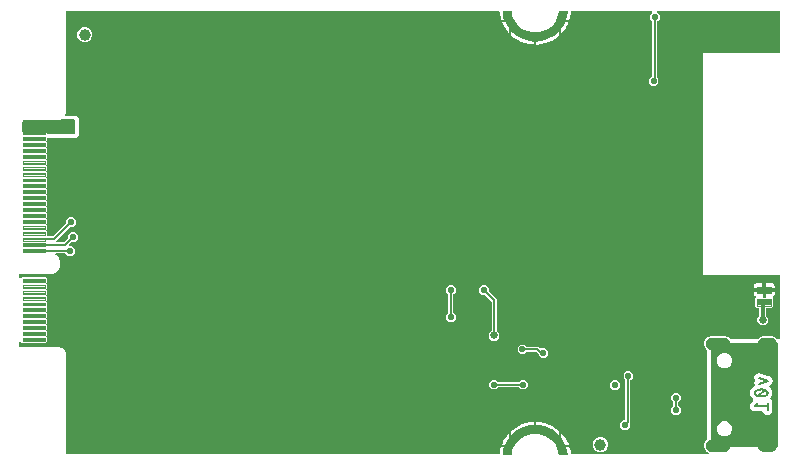
<source format=gbl>
G04 EAGLE Gerber RS-274X export*
G75*
%MOMM*%
%FSLAX34Y34*%
%LPD*%
%INBottom Copper*%
%IPPOS*%
%AMOC8*
5,1,8,0,0,1.08239X$1,22.5*%
G01*
%ADD10C,0.203200*%
%ADD11C,1.000000*%
%ADD12C,0.101500*%
%ADD13C,0.609600*%
%ADD14C,0.635000*%
%ADD15C,0.654000*%
%ADD16C,0.099059*%
%ADD17C,0.558800*%
%ADD18C,0.304800*%

G36*
X419947Y2430D02*
X419947Y2430D01*
X420014Y2449D01*
X420015Y2450D01*
X420016Y2450D01*
X420062Y2503D01*
X420107Y2553D01*
X420108Y2555D01*
X420109Y2558D01*
X420129Y2624D01*
X420552Y5522D01*
X421418Y8300D01*
X422708Y10908D01*
X424390Y13282D01*
X426422Y15364D01*
X428755Y17102D01*
X431332Y18454D01*
X434088Y19386D01*
X436956Y19876D01*
X439882Y19911D01*
X442808Y19876D01*
X445676Y19386D01*
X448432Y18454D01*
X451009Y17102D01*
X453342Y15364D01*
X455374Y13282D01*
X457056Y10908D01*
X458346Y8300D01*
X459212Y5522D01*
X459344Y4621D01*
X459416Y4122D01*
X459489Y3624D01*
X459562Y3125D01*
X459635Y2624D01*
X459663Y2563D01*
X459692Y2499D01*
X459693Y2498D01*
X459694Y2497D01*
X459751Y2460D01*
X459809Y2422D01*
X459810Y2422D01*
X459811Y2421D01*
X459814Y2421D01*
X459882Y2411D01*
X467382Y2411D01*
X467420Y2422D01*
X467459Y2423D01*
X467485Y2441D01*
X467516Y2450D01*
X467542Y2479D01*
X467574Y2501D01*
X467587Y2531D01*
X467608Y2555D01*
X467614Y2594D01*
X467629Y2630D01*
X467628Y2686D01*
X467629Y2693D01*
X467628Y2697D01*
X467627Y2704D01*
X466907Y6702D01*
X466903Y6711D01*
X466898Y6737D01*
X466006Y9399D01*
X468765Y9399D01*
X469234Y8028D01*
X469976Y4666D01*
X470083Y3655D01*
X470110Y3556D01*
X470132Y3455D01*
X470143Y3438D01*
X470148Y3418D01*
X470205Y3333D01*
X470258Y3244D01*
X470274Y3231D01*
X470285Y3214D01*
X470367Y3151D01*
X470445Y3084D01*
X470464Y3077D01*
X470481Y3064D01*
X470578Y3031D01*
X470674Y2993D01*
X470699Y2990D01*
X470713Y2985D01*
X470746Y2985D01*
X470840Y2974D01*
X585996Y3022D01*
X586113Y3041D01*
X586230Y3059D01*
X586234Y3061D01*
X586239Y3062D01*
X586343Y3117D01*
X586449Y3171D01*
X586452Y3175D01*
X586457Y3177D01*
X586537Y3262D01*
X586620Y3348D01*
X586623Y3352D01*
X586626Y3356D01*
X586676Y3463D01*
X586727Y3570D01*
X586727Y3574D01*
X586729Y3579D01*
X586742Y3696D01*
X586757Y3814D01*
X586756Y3818D01*
X586756Y3823D01*
X586731Y3939D01*
X586707Y4055D01*
X586705Y4059D01*
X586704Y4064D01*
X586644Y4164D01*
X586584Y4267D01*
X586580Y4270D01*
X586578Y4275D01*
X586488Y4351D01*
X586399Y4429D01*
X586394Y4432D01*
X586391Y4434D01*
X586376Y4440D01*
X586248Y4502D01*
X585975Y4597D01*
X585937Y4660D01*
X585916Y4678D01*
X585900Y4701D01*
X585823Y4757D01*
X585750Y4820D01*
X585725Y4830D01*
X585702Y4847D01*
X585611Y4876D01*
X585522Y4912D01*
X585488Y4915D01*
X585468Y4922D01*
X585464Y4922D01*
X585235Y5151D01*
X585233Y5152D01*
X585233Y5153D01*
X585101Y5257D01*
X584816Y5437D01*
X584793Y5506D01*
X584777Y5528D01*
X584766Y5554D01*
X584704Y5627D01*
X584647Y5703D01*
X584624Y5719D01*
X584606Y5740D01*
X584523Y5789D01*
X584445Y5844D01*
X584412Y5855D01*
X584394Y5866D01*
X584390Y5867D01*
X584217Y6141D01*
X584216Y6142D01*
X584216Y6144D01*
X584111Y6275D01*
X583873Y6513D01*
X583866Y6585D01*
X583855Y6611D01*
X583850Y6638D01*
X583806Y6723D01*
X583767Y6811D01*
X583748Y6831D01*
X583735Y6856D01*
X583666Y6922D01*
X583601Y6992D01*
X583572Y7011D01*
X583557Y7025D01*
X583553Y7027D01*
X583446Y7333D01*
X583445Y7334D01*
X583445Y7336D01*
X583372Y7487D01*
X583193Y7772D01*
X583202Y7844D01*
X583197Y7871D01*
X583199Y7899D01*
X583174Y7992D01*
X583156Y8086D01*
X583142Y8110D01*
X583135Y8137D01*
X583082Y8217D01*
X583035Y8300D01*
X583010Y8324D01*
X582999Y8341D01*
X582996Y8344D01*
X582959Y8666D01*
X582959Y8668D01*
X582959Y8669D01*
X582921Y8833D01*
X582810Y9151D01*
X582835Y9219D01*
X582836Y9247D01*
X582844Y9273D01*
X582841Y9369D01*
X582844Y9465D01*
X582836Y9492D01*
X582835Y9519D01*
X582801Y9609D01*
X582773Y9701D01*
X582755Y9730D01*
X582748Y9749D01*
X582745Y9752D01*
X582781Y10075D01*
X582781Y10076D01*
X582782Y10077D01*
X582781Y10245D01*
X582744Y10580D01*
X582784Y10641D01*
X582791Y10668D01*
X582804Y10692D01*
X582822Y10786D01*
X582847Y10879D01*
X582845Y10907D01*
X582850Y10934D01*
X582837Y11029D01*
X582830Y11124D01*
X582819Y11157D01*
X582816Y11177D01*
X582814Y11181D01*
X582921Y11487D01*
X582922Y11489D01*
X582922Y11490D01*
X582959Y11654D01*
X582997Y11989D01*
X583049Y12039D01*
X583062Y12064D01*
X583081Y12084D01*
X583119Y12172D01*
X583164Y12257D01*
X583168Y12284D01*
X583179Y12310D01*
X583188Y12405D01*
X583203Y12500D01*
X583199Y12534D01*
X583200Y12555D01*
X583199Y12559D01*
X583372Y12833D01*
X583373Y12835D01*
X583374Y12836D01*
X583446Y12987D01*
X583557Y13305D01*
X583620Y13343D01*
X583638Y13364D01*
X583661Y13380D01*
X583717Y13457D01*
X583780Y13530D01*
X583790Y13555D01*
X583807Y13578D01*
X583836Y13669D01*
X583872Y13758D01*
X583875Y13792D01*
X583882Y13812D01*
X583882Y13816D01*
X584111Y14045D01*
X584112Y14047D01*
X584113Y14047D01*
X584217Y14179D01*
X584397Y14464D01*
X584466Y14487D01*
X584488Y14503D01*
X584514Y14514D01*
X584587Y14576D01*
X584663Y14633D01*
X584679Y14656D01*
X584700Y14674D01*
X584749Y14757D01*
X584804Y14835D01*
X584815Y14868D01*
X584826Y14886D01*
X584827Y14890D01*
X585101Y15063D01*
X585102Y15064D01*
X585104Y15064D01*
X585183Y15128D01*
X585199Y15137D01*
X585208Y15148D01*
X585235Y15169D01*
X585246Y15181D01*
X585266Y15208D01*
X585286Y15225D01*
X585309Y15266D01*
X585359Y15324D01*
X585371Y15354D01*
X585390Y15380D01*
X585407Y15436D01*
X585408Y15439D01*
X585410Y15446D01*
X585417Y15467D01*
X585451Y15552D01*
X585455Y15593D01*
X585462Y15616D01*
X585461Y15648D01*
X585469Y15719D01*
X585469Y90961D01*
X585455Y91051D01*
X585447Y91142D01*
X585435Y91172D01*
X585430Y91204D01*
X585387Y91284D01*
X585384Y91291D01*
X585377Y91314D01*
X585371Y91322D01*
X585351Y91368D01*
X585325Y91400D01*
X585314Y91421D01*
X585291Y91443D01*
X585246Y91499D01*
X585235Y91511D01*
X585233Y91512D01*
X585233Y91513D01*
X585141Y91586D01*
X585136Y91591D01*
X585134Y91592D01*
X585101Y91617D01*
X584816Y91797D01*
X584793Y91866D01*
X584777Y91888D01*
X584766Y91914D01*
X584704Y91987D01*
X584647Y92063D01*
X584624Y92079D01*
X584606Y92100D01*
X584523Y92149D01*
X584445Y92204D01*
X584412Y92215D01*
X584394Y92226D01*
X584390Y92227D01*
X584217Y92501D01*
X584216Y92502D01*
X584216Y92504D01*
X584111Y92635D01*
X583873Y92873D01*
X583866Y92945D01*
X583855Y92971D01*
X583850Y92998D01*
X583806Y93083D01*
X583767Y93171D01*
X583748Y93191D01*
X583735Y93216D01*
X583666Y93282D01*
X583601Y93352D01*
X583572Y93371D01*
X583557Y93385D01*
X583553Y93387D01*
X583446Y93693D01*
X583445Y93694D01*
X583445Y93696D01*
X583372Y93847D01*
X583193Y94132D01*
X583202Y94204D01*
X583197Y94231D01*
X583199Y94259D01*
X583174Y94352D01*
X583156Y94446D01*
X583142Y94470D01*
X583135Y94497D01*
X583082Y94577D01*
X583035Y94660D01*
X583010Y94684D01*
X582999Y94701D01*
X582996Y94704D01*
X582959Y95026D01*
X582959Y95028D01*
X582959Y95029D01*
X582921Y95193D01*
X582810Y95511D01*
X582835Y95579D01*
X582836Y95607D01*
X582844Y95633D01*
X582841Y95729D01*
X582844Y95825D01*
X582836Y95852D01*
X582835Y95879D01*
X582801Y95969D01*
X582773Y96061D01*
X582755Y96090D01*
X582748Y96109D01*
X582745Y96112D01*
X582781Y96435D01*
X582781Y96436D01*
X582782Y96437D01*
X582781Y96605D01*
X582744Y96940D01*
X582784Y97001D01*
X582791Y97028D01*
X582804Y97052D01*
X582822Y97146D01*
X582847Y97239D01*
X582845Y97267D01*
X582850Y97294D01*
X582837Y97389D01*
X582830Y97484D01*
X582819Y97517D01*
X582816Y97537D01*
X582814Y97541D01*
X582921Y97847D01*
X582922Y97849D01*
X582922Y97850D01*
X582959Y98014D01*
X582997Y98349D01*
X583050Y98399D01*
X583062Y98424D01*
X583081Y98444D01*
X583119Y98532D01*
X583164Y98617D01*
X583168Y98644D01*
X583179Y98670D01*
X583188Y98765D01*
X583203Y98860D01*
X583199Y98894D01*
X583200Y98915D01*
X583199Y98919D01*
X583372Y99193D01*
X583373Y99195D01*
X583374Y99196D01*
X583446Y99347D01*
X583557Y99665D01*
X583620Y99703D01*
X583638Y99724D01*
X583661Y99740D01*
X583717Y99817D01*
X583780Y99890D01*
X583790Y99915D01*
X583807Y99938D01*
X583836Y100029D01*
X583872Y100118D01*
X583875Y100152D01*
X583882Y100172D01*
X583882Y100176D01*
X584111Y100406D01*
X584112Y100407D01*
X584113Y100407D01*
X584217Y100539D01*
X584397Y100824D01*
X584466Y100847D01*
X584488Y100863D01*
X584514Y100874D01*
X584587Y100936D01*
X584663Y100993D01*
X584679Y101016D01*
X584700Y101034D01*
X584749Y101117D01*
X584804Y101195D01*
X584815Y101228D01*
X584826Y101246D01*
X584827Y101250D01*
X585101Y101423D01*
X585102Y101424D01*
X585104Y101424D01*
X585235Y101529D01*
X585473Y101767D01*
X585545Y101774D01*
X585571Y101785D01*
X585598Y101790D01*
X585683Y101834D01*
X585771Y101873D01*
X585791Y101892D01*
X585816Y101905D01*
X585882Y101974D01*
X585952Y102039D01*
X585971Y102068D01*
X585985Y102083D01*
X585987Y102087D01*
X586293Y102194D01*
X586294Y102195D01*
X586296Y102195D01*
X586447Y102268D01*
X586732Y102447D01*
X586804Y102438D01*
X586831Y102443D01*
X586859Y102441D01*
X586952Y102466D01*
X587046Y102484D01*
X587070Y102498D01*
X587097Y102505D01*
X587176Y102558D01*
X587260Y102605D01*
X587285Y102630D01*
X587302Y102641D01*
X587304Y102644D01*
X587626Y102681D01*
X587628Y102681D01*
X587629Y102681D01*
X587793Y102719D01*
X588137Y102839D01*
X588152Y102835D01*
X588168Y102836D01*
X588183Y102832D01*
X588290Y102840D01*
X588300Y102841D01*
X589003Y102841D01*
X589032Y102845D01*
X589088Y102846D01*
X589566Y102899D01*
X589588Y102887D01*
X589636Y102877D01*
X589682Y102859D01*
X589807Y102845D01*
X589830Y102841D01*
X589837Y102842D01*
X589848Y102841D01*
X599392Y102841D01*
X599440Y102849D01*
X599489Y102847D01*
X599560Y102868D01*
X599634Y102880D01*
X599671Y102900D01*
X600152Y102846D01*
X600181Y102847D01*
X600237Y102841D01*
X600876Y102841D01*
X600889Y102836D01*
X600905Y102837D01*
X600921Y102833D01*
X601028Y102840D01*
X601096Y102842D01*
X601447Y102719D01*
X601449Y102718D01*
X601450Y102718D01*
X601614Y102681D01*
X601949Y102643D01*
X601999Y102591D01*
X602024Y102578D01*
X602044Y102559D01*
X602132Y102521D01*
X602217Y102476D01*
X602244Y102472D01*
X602270Y102461D01*
X602365Y102452D01*
X602460Y102437D01*
X602494Y102441D01*
X602515Y102440D01*
X602519Y102441D01*
X602793Y102268D01*
X602795Y102267D01*
X602796Y102266D01*
X602947Y102194D01*
X603265Y102083D01*
X603303Y102020D01*
X603324Y102002D01*
X603340Y101979D01*
X603417Y101923D01*
X603490Y101860D01*
X603515Y101850D01*
X603538Y101833D01*
X603629Y101804D01*
X603718Y101768D01*
X603752Y101765D01*
X603772Y101758D01*
X603776Y101758D01*
X604005Y101529D01*
X604007Y101528D01*
X604007Y101527D01*
X604139Y101423D01*
X604424Y101243D01*
X604447Y101174D01*
X604463Y101152D01*
X604474Y101126D01*
X604536Y101053D01*
X604593Y100977D01*
X604616Y100961D01*
X604634Y100940D01*
X604717Y100891D01*
X604795Y100836D01*
X604828Y100825D01*
X604846Y100814D01*
X604878Y100807D01*
X604892Y100803D01*
X604933Y100757D01*
X604979Y100730D01*
X605020Y100695D01*
X605085Y100669D01*
X605146Y100634D01*
X605198Y100623D01*
X605248Y100603D01*
X605358Y100591D01*
X605387Y100585D01*
X605398Y100587D01*
X605414Y100585D01*
X628126Y100585D01*
X628178Y100593D01*
X628232Y100592D01*
X628299Y100613D01*
X628368Y100624D01*
X628415Y100649D01*
X628466Y100665D01*
X628524Y100707D01*
X628586Y100740D01*
X628622Y100778D01*
X628666Y100810D01*
X628670Y100815D01*
X628675Y100817D01*
X628766Y100847D01*
X628788Y100863D01*
X628814Y100874D01*
X628887Y100936D01*
X628963Y100993D01*
X628979Y101016D01*
X629000Y101034D01*
X629049Y101117D01*
X629104Y101195D01*
X629115Y101228D01*
X629126Y101246D01*
X629127Y101250D01*
X629401Y101423D01*
X629402Y101424D01*
X629404Y101424D01*
X629535Y101529D01*
X629773Y101767D01*
X629845Y101774D01*
X629871Y101785D01*
X629898Y101790D01*
X629983Y101834D01*
X630071Y101873D01*
X630091Y101892D01*
X630116Y101905D01*
X630182Y101974D01*
X630252Y102039D01*
X630271Y102068D01*
X630285Y102083D01*
X630287Y102087D01*
X630593Y102194D01*
X630594Y102195D01*
X630596Y102195D01*
X630747Y102268D01*
X631032Y102447D01*
X631104Y102438D01*
X631131Y102443D01*
X631159Y102441D01*
X631252Y102466D01*
X631346Y102484D01*
X631370Y102498D01*
X631397Y102505D01*
X631476Y102558D01*
X631560Y102605D01*
X631585Y102630D01*
X631602Y102641D01*
X631604Y102644D01*
X631926Y102681D01*
X631928Y102681D01*
X631929Y102681D01*
X632093Y102719D01*
X632437Y102839D01*
X632452Y102835D01*
X632468Y102836D01*
X632483Y102832D01*
X632590Y102840D01*
X632600Y102841D01*
X633303Y102841D01*
X633332Y102845D01*
X633388Y102846D01*
X633866Y102899D01*
X633888Y102887D01*
X633936Y102877D01*
X633982Y102859D01*
X634107Y102845D01*
X634130Y102841D01*
X634137Y102842D01*
X634148Y102841D01*
X638692Y102841D01*
X638740Y102849D01*
X638789Y102847D01*
X638860Y102868D01*
X638934Y102880D01*
X638971Y102900D01*
X639452Y102846D01*
X639481Y102847D01*
X639537Y102841D01*
X640176Y102841D01*
X640189Y102836D01*
X640205Y102837D01*
X640221Y102833D01*
X640328Y102840D01*
X640396Y102842D01*
X640747Y102719D01*
X640749Y102718D01*
X640750Y102718D01*
X640914Y102681D01*
X641249Y102643D01*
X641299Y102591D01*
X641324Y102578D01*
X641344Y102559D01*
X641432Y102521D01*
X641517Y102476D01*
X641544Y102472D01*
X641570Y102461D01*
X641665Y102452D01*
X641760Y102437D01*
X641794Y102441D01*
X641815Y102440D01*
X641819Y102441D01*
X642093Y102268D01*
X642095Y102267D01*
X642096Y102266D01*
X642247Y102194D01*
X642565Y102083D01*
X642603Y102020D01*
X642624Y102002D01*
X642640Y101979D01*
X642717Y101923D01*
X642790Y101860D01*
X642815Y101850D01*
X642838Y101833D01*
X642929Y101804D01*
X643018Y101768D01*
X643052Y101765D01*
X643072Y101758D01*
X643076Y101758D01*
X643305Y101529D01*
X643307Y101528D01*
X643307Y101527D01*
X643439Y101423D01*
X643724Y101243D01*
X643747Y101174D01*
X643763Y101152D01*
X643774Y101126D01*
X643836Y101053D01*
X643893Y100977D01*
X643916Y100961D01*
X643934Y100940D01*
X644017Y100891D01*
X644095Y100836D01*
X644128Y100825D01*
X644146Y100814D01*
X644178Y100807D01*
X644192Y100803D01*
X644233Y100757D01*
X644279Y100730D01*
X644320Y100695D01*
X644385Y100669D01*
X644446Y100634D01*
X644498Y100623D01*
X644548Y100603D01*
X644658Y100591D01*
X644687Y100585D01*
X644698Y100587D01*
X644714Y100585D01*
X646298Y100585D01*
X646318Y100588D01*
X646337Y100586D01*
X646439Y100608D01*
X646541Y100624D01*
X646558Y100634D01*
X646578Y100638D01*
X646667Y100691D01*
X646758Y100740D01*
X646772Y100754D01*
X646789Y100764D01*
X646856Y100843D01*
X646928Y100918D01*
X646936Y100936D01*
X646949Y100951D01*
X646988Y101047D01*
X647031Y101141D01*
X647033Y101161D01*
X647041Y101179D01*
X647059Y101346D01*
X647059Y154178D01*
X647056Y154198D01*
X647058Y154217D01*
X647036Y154319D01*
X647020Y154421D01*
X647010Y154438D01*
X647006Y154458D01*
X646953Y154547D01*
X646904Y154638D01*
X646890Y154652D01*
X646880Y154669D01*
X646801Y154736D01*
X646726Y154808D01*
X646708Y154816D01*
X646693Y154829D01*
X646597Y154868D01*
X646503Y154911D01*
X646483Y154913D01*
X646465Y154921D01*
X646298Y154939D01*
X581660Y154939D01*
X581659Y154940D01*
X581659Y342900D01*
X581660Y342901D01*
X646298Y342901D01*
X646318Y342904D01*
X646337Y342902D01*
X646439Y342924D01*
X646541Y342940D01*
X646558Y342950D01*
X646578Y342954D01*
X646667Y343007D01*
X646758Y343056D01*
X646772Y343070D01*
X646789Y343080D01*
X646856Y343159D01*
X646928Y343234D01*
X646936Y343252D01*
X646949Y343267D01*
X646988Y343363D01*
X647031Y343457D01*
X647033Y343477D01*
X647041Y343495D01*
X647059Y343662D01*
X647059Y377444D01*
X647056Y377464D01*
X647058Y377483D01*
X647036Y377585D01*
X647020Y377687D01*
X647010Y377704D01*
X647006Y377724D01*
X646953Y377813D01*
X646904Y377904D01*
X646890Y377918D01*
X646880Y377935D01*
X646801Y378002D01*
X646726Y378074D01*
X646708Y378082D01*
X646693Y378095D01*
X646597Y378134D01*
X646503Y378177D01*
X646483Y378179D01*
X646465Y378187D01*
X646298Y378205D01*
X543781Y378205D01*
X543710Y378194D01*
X543638Y378192D01*
X543590Y378174D01*
X543538Y378166D01*
X543475Y378132D01*
X543407Y378107D01*
X543367Y378075D01*
X543321Y378050D01*
X543271Y377998D01*
X543215Y377954D01*
X543187Y377910D01*
X543151Y377872D01*
X543121Y377807D01*
X543082Y377747D01*
X543070Y377696D01*
X543048Y377649D01*
X543040Y377578D01*
X543022Y377508D01*
X543026Y377456D01*
X543021Y377405D01*
X543036Y377334D01*
X543042Y377263D01*
X543062Y377215D01*
X543073Y377164D01*
X543110Y377103D01*
X543138Y377037D01*
X543183Y376981D01*
X543199Y376953D01*
X543217Y376938D01*
X543243Y376906D01*
X545085Y375064D01*
X545085Y371696D01*
X543530Y370141D01*
X543477Y370067D01*
X543417Y369998D01*
X543405Y369968D01*
X543386Y369942D01*
X543359Y369855D01*
X543325Y369770D01*
X543321Y369729D01*
X543314Y369706D01*
X543315Y369674D01*
X543307Y369603D01*
X543307Y322039D01*
X543321Y321949D01*
X543329Y321858D01*
X543341Y321828D01*
X543346Y321796D01*
X543389Y321716D01*
X543425Y321632D01*
X543451Y321600D01*
X543462Y321579D01*
X543485Y321557D01*
X543530Y321501D01*
X544196Y320835D01*
X544196Y317467D01*
X541815Y315086D01*
X538447Y315086D01*
X536066Y317467D01*
X536066Y320835D01*
X538510Y323279D01*
X538563Y323353D01*
X538623Y323422D01*
X538635Y323452D01*
X538654Y323478D01*
X538681Y323565D01*
X538715Y323650D01*
X538719Y323691D01*
X538726Y323714D01*
X538725Y323746D01*
X538733Y323817D01*
X538733Y369603D01*
X538719Y369693D01*
X538711Y369784D01*
X538699Y369814D01*
X538694Y369846D01*
X538651Y369926D01*
X538615Y370010D01*
X538589Y370042D01*
X538578Y370063D01*
X538555Y370085D01*
X538510Y370141D01*
X536955Y371696D01*
X536955Y375064D01*
X538797Y376906D01*
X538839Y376964D01*
X538889Y377016D01*
X538911Y377063D01*
X538941Y377105D01*
X538962Y377174D01*
X538992Y377239D01*
X538998Y377291D01*
X539013Y377341D01*
X539011Y377412D01*
X539019Y377483D01*
X539008Y377534D01*
X539007Y377586D01*
X538982Y377654D01*
X538967Y377724D01*
X538940Y377769D01*
X538922Y377817D01*
X538878Y377873D01*
X538841Y377935D01*
X538801Y377969D01*
X538769Y378009D01*
X538708Y378048D01*
X538654Y378095D01*
X538606Y378114D01*
X538562Y378142D01*
X538492Y378160D01*
X538426Y378187D01*
X538354Y378195D01*
X538323Y378203D01*
X538300Y378201D01*
X538259Y378205D01*
X470934Y378205D01*
X470914Y378202D01*
X470895Y378204D01*
X470793Y378182D01*
X470691Y378166D01*
X470674Y378156D01*
X470654Y378152D01*
X470565Y378099D01*
X470474Y378050D01*
X470460Y378036D01*
X470443Y378026D01*
X470376Y377947D01*
X470304Y377872D01*
X470296Y377854D01*
X470283Y377839D01*
X470244Y377743D01*
X470201Y377649D01*
X470199Y377629D01*
X470191Y377611D01*
X470173Y377444D01*
X470173Y377293D01*
X470153Y377220D01*
X470150Y377188D01*
X470131Y377097D01*
X470003Y375792D01*
X469543Y373551D01*
X469358Y372652D01*
X468808Y370921D01*
X466053Y370921D01*
X466926Y373571D01*
X466926Y373581D01*
X466934Y373607D01*
X467628Y377618D01*
X467623Y377656D01*
X467629Y377693D01*
X467616Y377724D01*
X467612Y377756D01*
X467588Y377786D01*
X467572Y377821D01*
X467545Y377839D01*
X467524Y377865D01*
X467487Y377877D01*
X467456Y377898D01*
X467398Y377907D01*
X467391Y377909D01*
X467388Y377908D01*
X467382Y377909D01*
X459882Y377909D01*
X459817Y377890D01*
X459750Y377871D01*
X459749Y377870D01*
X459748Y377870D01*
X459702Y377817D01*
X459657Y377767D01*
X459656Y377766D01*
X459656Y377765D01*
X459655Y377762D01*
X459635Y377696D01*
X459212Y374798D01*
X458346Y372020D01*
X457056Y369412D01*
X455374Y367038D01*
X453342Y364956D01*
X451009Y363218D01*
X448432Y361866D01*
X445676Y360934D01*
X442808Y360444D01*
X439882Y360409D01*
X436956Y360444D01*
X434088Y360934D01*
X431332Y361866D01*
X428755Y363218D01*
X426422Y364956D01*
X424390Y367038D01*
X422708Y369412D01*
X421418Y372020D01*
X420552Y374798D01*
X420504Y375126D01*
X420431Y375624D01*
X420431Y375625D01*
X420249Y376871D01*
X420176Y377369D01*
X420129Y377696D01*
X420101Y377756D01*
X420072Y377821D01*
X420071Y377822D01*
X420070Y377823D01*
X420013Y377860D01*
X419956Y377898D01*
X419954Y377898D01*
X419953Y377899D01*
X419950Y377899D01*
X419882Y377909D01*
X419483Y377909D01*
X419474Y377918D01*
X419464Y377935D01*
X419385Y378002D01*
X419310Y378074D01*
X419292Y378082D01*
X419277Y378095D01*
X419181Y378134D01*
X419087Y378177D01*
X419067Y378179D01*
X419049Y378187D01*
X418882Y378205D01*
X418862Y378202D01*
X418843Y378204D01*
X418842Y378204D01*
X418741Y378182D01*
X418639Y378166D01*
X418622Y378156D01*
X418602Y378152D01*
X418513Y378099D01*
X418422Y378050D01*
X418408Y378036D01*
X418391Y378026D01*
X418324Y377947D01*
X418288Y377909D01*
X412382Y377909D01*
X412344Y377898D01*
X412305Y377897D01*
X412279Y377879D01*
X412248Y377870D01*
X412222Y377841D01*
X412190Y377819D01*
X412177Y377789D01*
X412156Y377765D01*
X412150Y377726D01*
X412135Y377690D01*
X412136Y377634D01*
X412135Y377627D01*
X412136Y377623D01*
X412137Y377616D01*
X412857Y373618D01*
X412861Y373609D01*
X412866Y373583D01*
X413758Y370921D01*
X410999Y370921D01*
X410530Y372291D01*
X409788Y375654D01*
X409636Y377090D01*
X409627Y377121D01*
X409614Y377207D01*
X409591Y377293D01*
X409591Y377444D01*
X409588Y377464D01*
X409590Y377483D01*
X409568Y377585D01*
X409551Y377687D01*
X409542Y377704D01*
X409538Y377724D01*
X409485Y377813D01*
X409436Y377904D01*
X409422Y377918D01*
X409412Y377935D01*
X409333Y378002D01*
X409258Y378074D01*
X409240Y378082D01*
X409225Y378095D01*
X409129Y378134D01*
X409035Y378177D01*
X409015Y378179D01*
X408997Y378187D01*
X408830Y378205D01*
X43556Y378205D01*
X43536Y378202D01*
X43517Y378204D01*
X43415Y378182D01*
X43313Y378166D01*
X43296Y378156D01*
X43276Y378152D01*
X43187Y378099D01*
X43096Y378050D01*
X43082Y378036D01*
X43065Y378026D01*
X42998Y377947D01*
X42926Y377872D01*
X42918Y377854D01*
X42905Y377839D01*
X42866Y377743D01*
X42823Y377649D01*
X42821Y377629D01*
X42813Y377611D01*
X42795Y377444D01*
X42795Y295810D01*
X42805Y295749D01*
X42805Y295688D01*
X42824Y295629D01*
X42834Y295567D01*
X42863Y295513D01*
X42880Y295462D01*
X42797Y294419D01*
X42799Y294397D01*
X42795Y294359D01*
X42795Y293300D01*
X42759Y293250D01*
X42741Y293192D01*
X42713Y293137D01*
X42696Y293047D01*
X42686Y293015D01*
X42687Y292999D01*
X42682Y292972D01*
X42629Y292305D01*
X41545Y290604D01*
X41501Y290501D01*
X41454Y290400D01*
X41453Y290389D01*
X41448Y290378D01*
X41439Y290267D01*
X41427Y290156D01*
X41429Y290144D01*
X41429Y290133D01*
X41455Y290025D01*
X41479Y289915D01*
X41485Y289905D01*
X41488Y289894D01*
X41548Y289800D01*
X41605Y289704D01*
X41614Y289697D01*
X41620Y289687D01*
X41707Y289617D01*
X41792Y289544D01*
X41803Y289540D01*
X41812Y289533D01*
X41917Y289494D01*
X42020Y289452D01*
X42034Y289451D01*
X42043Y289448D01*
X42069Y289447D01*
X42187Y289434D01*
X51056Y289434D01*
X53214Y287276D01*
X53214Y272794D01*
X51056Y270636D01*
X26914Y270636D01*
X26894Y270633D01*
X26875Y270635D01*
X26773Y270613D01*
X26671Y270597D01*
X26654Y270587D01*
X26634Y270583D01*
X26545Y270530D01*
X26454Y270481D01*
X26440Y270467D01*
X26423Y270457D01*
X26356Y270378D01*
X26284Y270303D01*
X26276Y270285D01*
X26263Y270270D01*
X26224Y270174D01*
X26181Y270080D01*
X26179Y270060D01*
X26171Y270042D01*
X26153Y269875D01*
X26153Y268178D01*
X26143Y268170D01*
X26087Y268082D01*
X26027Y267999D01*
X26021Y267979D01*
X26010Y267963D01*
X25985Y267862D01*
X25954Y267763D01*
X25955Y267743D01*
X25950Y267724D01*
X25958Y267621D01*
X25961Y267518D01*
X25967Y267499D01*
X25969Y267479D01*
X26009Y267384D01*
X26045Y267287D01*
X26058Y267271D01*
X26065Y267253D01*
X26153Y267143D01*
X26153Y263178D01*
X26143Y263170D01*
X26087Y263082D01*
X26027Y262999D01*
X26021Y262979D01*
X26010Y262963D01*
X25985Y262862D01*
X25954Y262763D01*
X25955Y262743D01*
X25950Y262724D01*
X25958Y262621D01*
X25961Y262518D01*
X25967Y262499D01*
X25969Y262479D01*
X26009Y262384D01*
X26045Y262287D01*
X26058Y262271D01*
X26065Y262253D01*
X26153Y262143D01*
X26153Y258178D01*
X26143Y258170D01*
X26087Y258082D01*
X26027Y257999D01*
X26021Y257979D01*
X26010Y257963D01*
X25985Y257862D01*
X25954Y257763D01*
X25955Y257743D01*
X25950Y257724D01*
X25958Y257621D01*
X25961Y257518D01*
X25967Y257499D01*
X25969Y257479D01*
X26009Y257384D01*
X26045Y257287D01*
X26058Y257271D01*
X26065Y257253D01*
X26153Y257143D01*
X26153Y253178D01*
X26143Y253170D01*
X26087Y253082D01*
X26027Y252999D01*
X26021Y252979D01*
X26010Y252963D01*
X25985Y252862D01*
X25954Y252763D01*
X25955Y252743D01*
X25950Y252724D01*
X25958Y252621D01*
X25961Y252518D01*
X25967Y252499D01*
X25969Y252479D01*
X26009Y252384D01*
X26045Y252287D01*
X26058Y252271D01*
X26065Y252253D01*
X26153Y252143D01*
X26153Y248178D01*
X26143Y248170D01*
X26087Y248082D01*
X26027Y247999D01*
X26021Y247979D01*
X26010Y247963D01*
X25985Y247862D01*
X25954Y247763D01*
X25955Y247743D01*
X25950Y247724D01*
X25958Y247621D01*
X25961Y247518D01*
X25967Y247499D01*
X25969Y247479D01*
X26009Y247384D01*
X26045Y247287D01*
X26058Y247271D01*
X26065Y247253D01*
X26153Y247143D01*
X26153Y243178D01*
X26143Y243170D01*
X26087Y243082D01*
X26027Y242999D01*
X26021Y242979D01*
X26010Y242963D01*
X25985Y242862D01*
X25954Y242763D01*
X25955Y242743D01*
X25950Y242724D01*
X25958Y242621D01*
X25961Y242518D01*
X25967Y242499D01*
X25969Y242479D01*
X26009Y242384D01*
X26045Y242287D01*
X26058Y242271D01*
X26065Y242253D01*
X26153Y242143D01*
X26153Y238178D01*
X26143Y238170D01*
X26087Y238082D01*
X26027Y237999D01*
X26021Y237979D01*
X26010Y237963D01*
X25985Y237862D01*
X25954Y237763D01*
X25955Y237743D01*
X25950Y237724D01*
X25958Y237621D01*
X25961Y237518D01*
X25967Y237499D01*
X25969Y237479D01*
X26009Y237384D01*
X26045Y237287D01*
X26058Y237271D01*
X26065Y237253D01*
X26153Y237143D01*
X26153Y233178D01*
X26143Y233170D01*
X26087Y233082D01*
X26027Y232999D01*
X26021Y232979D01*
X26010Y232963D01*
X25985Y232862D01*
X25954Y232763D01*
X25955Y232743D01*
X25950Y232724D01*
X25958Y232621D01*
X25961Y232518D01*
X25967Y232499D01*
X25969Y232479D01*
X26009Y232384D01*
X26045Y232287D01*
X26058Y232271D01*
X26065Y232253D01*
X26153Y232143D01*
X26153Y228178D01*
X26143Y228170D01*
X26087Y228082D01*
X26027Y227999D01*
X26021Y227979D01*
X26010Y227963D01*
X25985Y227862D01*
X25954Y227763D01*
X25955Y227743D01*
X25950Y227724D01*
X25958Y227621D01*
X25961Y227518D01*
X25967Y227499D01*
X25969Y227479D01*
X26009Y227384D01*
X26045Y227287D01*
X26058Y227271D01*
X26065Y227253D01*
X26153Y227143D01*
X26153Y223178D01*
X26143Y223170D01*
X26087Y223082D01*
X26027Y222999D01*
X26021Y222979D01*
X26010Y222963D01*
X25985Y222862D01*
X25954Y222763D01*
X25955Y222743D01*
X25950Y222724D01*
X25958Y222621D01*
X25961Y222518D01*
X25967Y222499D01*
X25969Y222479D01*
X26009Y222384D01*
X26045Y222287D01*
X26058Y222271D01*
X26065Y222253D01*
X26153Y222143D01*
X26153Y218178D01*
X26143Y218170D01*
X26087Y218082D01*
X26027Y217999D01*
X26021Y217979D01*
X26010Y217963D01*
X25985Y217862D01*
X25954Y217763D01*
X25955Y217743D01*
X25950Y217724D01*
X25958Y217621D01*
X25961Y217518D01*
X25967Y217499D01*
X25969Y217479D01*
X26009Y217384D01*
X26045Y217287D01*
X26058Y217271D01*
X26065Y217253D01*
X26153Y217143D01*
X26153Y213178D01*
X26143Y213170D01*
X26087Y213082D01*
X26027Y212999D01*
X26021Y212979D01*
X26010Y212963D01*
X25985Y212862D01*
X25954Y212763D01*
X25955Y212743D01*
X25950Y212724D01*
X25958Y212621D01*
X25961Y212518D01*
X25967Y212499D01*
X25969Y212479D01*
X26009Y212384D01*
X26045Y212287D01*
X26058Y212271D01*
X26065Y212253D01*
X26153Y212143D01*
X26153Y208178D01*
X26143Y208170D01*
X26087Y208082D01*
X26027Y207999D01*
X26021Y207979D01*
X26010Y207963D01*
X25985Y207862D01*
X25954Y207763D01*
X25955Y207743D01*
X25950Y207724D01*
X25958Y207621D01*
X25961Y207518D01*
X25967Y207499D01*
X25969Y207479D01*
X26009Y207384D01*
X26045Y207287D01*
X26058Y207271D01*
X26065Y207253D01*
X26153Y207143D01*
X26153Y203178D01*
X26143Y203170D01*
X26087Y203082D01*
X26027Y202999D01*
X26021Y202979D01*
X26010Y202963D01*
X25985Y202862D01*
X25954Y202763D01*
X25955Y202743D01*
X25950Y202724D01*
X25958Y202621D01*
X25961Y202518D01*
X25967Y202499D01*
X25969Y202479D01*
X26009Y202384D01*
X26045Y202287D01*
X26058Y202271D01*
X26065Y202253D01*
X26153Y202143D01*
X26153Y198178D01*
X26143Y198170D01*
X26113Y198123D01*
X26095Y198104D01*
X26081Y198075D01*
X26027Y197999D01*
X26021Y197979D01*
X26010Y197963D01*
X25985Y197862D01*
X25954Y197763D01*
X25955Y197743D01*
X25950Y197724D01*
X25958Y197621D01*
X25961Y197518D01*
X25967Y197499D01*
X25969Y197479D01*
X26009Y197384D01*
X26045Y197287D01*
X26058Y197271D01*
X26065Y197253D01*
X26153Y197143D01*
X26153Y193178D01*
X26143Y193170D01*
X26087Y193082D01*
X26027Y192999D01*
X26021Y192979D01*
X26010Y192963D01*
X25985Y192862D01*
X25954Y192763D01*
X25955Y192743D01*
X25950Y192724D01*
X25958Y192621D01*
X25961Y192518D01*
X25967Y192499D01*
X25969Y192479D01*
X26009Y192384D01*
X26045Y192287D01*
X26058Y192271D01*
X26065Y192253D01*
X26153Y192143D01*
X26153Y188208D01*
X26156Y188188D01*
X26154Y188169D01*
X26176Y188067D01*
X26192Y187965D01*
X26202Y187948D01*
X26206Y187928D01*
X26259Y187839D01*
X26308Y187748D01*
X26322Y187734D01*
X26332Y187717D01*
X26411Y187650D01*
X26486Y187578D01*
X26504Y187570D01*
X26519Y187557D01*
X26615Y187518D01*
X26709Y187475D01*
X26729Y187473D01*
X26747Y187465D01*
X26914Y187447D01*
X31497Y187447D01*
X31588Y187461D01*
X31678Y187469D01*
X31708Y187481D01*
X31740Y187486D01*
X31821Y187529D01*
X31905Y187565D01*
X31937Y187591D01*
X31958Y187602D01*
X31980Y187625D01*
X32036Y187670D01*
X42702Y198336D01*
X42755Y198410D01*
X42815Y198480D01*
X42827Y198510D01*
X42846Y198536D01*
X42873Y198623D01*
X42907Y198708D01*
X42911Y198749D01*
X42918Y198771D01*
X42917Y198803D01*
X42925Y198875D01*
X42925Y201074D01*
X45306Y203455D01*
X48674Y203455D01*
X51055Y201074D01*
X51055Y197706D01*
X48674Y195325D01*
X46475Y195325D01*
X46384Y195311D01*
X46294Y195303D01*
X46264Y195291D01*
X46232Y195286D01*
X46151Y195243D01*
X46067Y195207D01*
X46035Y195181D01*
X46014Y195170D01*
X45992Y195147D01*
X45936Y195102D01*
X34580Y183746D01*
X34538Y183688D01*
X34489Y183636D01*
X34467Y183589D01*
X34437Y183547D01*
X34416Y183478D01*
X34385Y183413D01*
X34380Y183361D01*
X34364Y183311D01*
X34366Y183240D01*
X34358Y183169D01*
X34369Y183118D01*
X34371Y183066D01*
X34395Y182998D01*
X34410Y182928D01*
X34437Y182883D01*
X34455Y182835D01*
X34500Y182779D01*
X34537Y182717D01*
X34576Y182683D01*
X34609Y182643D01*
X34669Y182604D01*
X34724Y182557D01*
X34772Y182538D01*
X34816Y182510D01*
X34885Y182492D01*
X34952Y182465D01*
X35023Y182457D01*
X35054Y182449D01*
X35078Y182451D01*
X35118Y182447D01*
X40467Y182447D01*
X40558Y182461D01*
X40648Y182469D01*
X40678Y182481D01*
X40710Y182486D01*
X40791Y182529D01*
X40875Y182565D01*
X40907Y182591D01*
X40928Y182602D01*
X40932Y182606D01*
X40951Y182626D01*
X41006Y182670D01*
X43972Y185636D01*
X44025Y185710D01*
X44085Y185780D01*
X44097Y185810D01*
X44116Y185836D01*
X44143Y185923D01*
X44177Y186008D01*
X44181Y186049D01*
X44188Y186071D01*
X44187Y186103D01*
X44195Y186175D01*
X44195Y188374D01*
X46576Y190755D01*
X49944Y190755D01*
X52325Y188374D01*
X52325Y185006D01*
X49944Y182625D01*
X47745Y182625D01*
X47654Y182611D01*
X47564Y182603D01*
X47534Y182591D01*
X47502Y182586D01*
X47421Y182543D01*
X47337Y182507D01*
X47305Y182481D01*
X47284Y182470D01*
X47262Y182447D01*
X47206Y182402D01*
X45428Y180624D01*
X45386Y180566D01*
X45337Y180514D01*
X45315Y180467D01*
X45285Y180425D01*
X45264Y180356D01*
X45233Y180291D01*
X45228Y180239D01*
X45212Y180189D01*
X45214Y180118D01*
X45206Y180047D01*
X45217Y179996D01*
X45219Y179944D01*
X45243Y179876D01*
X45258Y179806D01*
X45285Y179761D01*
X45303Y179713D01*
X45348Y179657D01*
X45385Y179595D01*
X45424Y179561D01*
X45457Y179521D01*
X45517Y179482D01*
X45572Y179435D01*
X45620Y179416D01*
X45664Y179388D01*
X45733Y179370D01*
X45800Y179343D01*
X45871Y179335D01*
X45902Y179327D01*
X45926Y179329D01*
X45966Y179325D01*
X47404Y179325D01*
X49785Y176944D01*
X49785Y173576D01*
X47404Y171195D01*
X44036Y171195D01*
X42481Y172750D01*
X42407Y172803D01*
X42338Y172863D01*
X42308Y172875D01*
X42282Y172894D01*
X42195Y172921D01*
X42110Y172955D01*
X42069Y172959D01*
X42046Y172966D01*
X42014Y172965D01*
X41943Y172973D01*
X34321Y172973D01*
X34274Y172966D01*
X34226Y172967D01*
X34153Y172946D01*
X34079Y172934D01*
X34036Y172911D01*
X33990Y172897D01*
X33928Y172854D01*
X33861Y172818D01*
X33828Y172784D01*
X33789Y172756D01*
X33744Y172695D01*
X33692Y172640D01*
X33672Y172597D01*
X33643Y172558D01*
X33620Y172486D01*
X33588Y172417D01*
X33583Y172369D01*
X33568Y172324D01*
X33569Y172248D01*
X33561Y172173D01*
X33571Y172126D01*
X33572Y172078D01*
X33597Y172006D01*
X33613Y171932D01*
X33638Y171891D01*
X33654Y171846D01*
X33701Y171786D01*
X33740Y171721D01*
X33776Y171690D01*
X33806Y171652D01*
X33909Y171576D01*
X33926Y171561D01*
X33933Y171559D01*
X33941Y171553D01*
X35438Y170688D01*
X37795Y166607D01*
X37795Y161893D01*
X35438Y157812D01*
X31357Y155455D01*
X3556Y155455D01*
X3536Y155452D01*
X3517Y155454D01*
X3415Y155432D01*
X3313Y155416D01*
X3296Y155406D01*
X3276Y155402D01*
X3187Y155349D01*
X3096Y155300D01*
X3082Y155286D01*
X3065Y155276D01*
X2998Y155197D01*
X2926Y155122D01*
X2918Y155104D01*
X2905Y155089D01*
X2866Y154993D01*
X2823Y154899D01*
X2821Y154879D01*
X2813Y154861D01*
X2795Y154694D01*
X2795Y152660D01*
X2806Y152590D01*
X2808Y152518D01*
X2826Y152469D01*
X2834Y152418D01*
X2868Y152354D01*
X2893Y152287D01*
X2925Y152246D01*
X2950Y152200D01*
X3002Y152151D01*
X3046Y152095D01*
X3090Y152067D01*
X3128Y152031D01*
X3193Y152001D01*
X3253Y151962D01*
X3304Y151949D01*
X3351Y151927D01*
X3422Y151919D01*
X3492Y151902D01*
X3544Y151906D01*
X3595Y151900D01*
X3666Y151915D01*
X3737Y151921D01*
X3785Y151941D01*
X3836Y151952D01*
X3897Y151989D01*
X3963Y152017D01*
X4019Y152062D01*
X4047Y152079D01*
X4062Y152096D01*
X4094Y152122D01*
X5153Y153181D01*
X25111Y153181D01*
X26153Y152139D01*
X26153Y148178D01*
X26143Y148170D01*
X26087Y148082D01*
X26027Y147999D01*
X26021Y147979D01*
X26010Y147963D01*
X25985Y147862D01*
X25954Y147763D01*
X25955Y147743D01*
X25950Y147724D01*
X25958Y147621D01*
X25961Y147518D01*
X25967Y147499D01*
X25969Y147479D01*
X26009Y147384D01*
X26045Y147287D01*
X26058Y147271D01*
X26065Y147253D01*
X26153Y147143D01*
X26153Y143178D01*
X26143Y143170D01*
X26087Y143082D01*
X26027Y142999D01*
X26021Y142979D01*
X26010Y142963D01*
X25985Y142862D01*
X25954Y142763D01*
X25955Y142743D01*
X25950Y142724D01*
X25958Y142621D01*
X25961Y142518D01*
X25967Y142499D01*
X25969Y142479D01*
X26009Y142384D01*
X26045Y142287D01*
X26058Y142271D01*
X26065Y142253D01*
X26153Y142143D01*
X26153Y138178D01*
X26143Y138170D01*
X26087Y138082D01*
X26027Y137999D01*
X26021Y137979D01*
X26010Y137963D01*
X25985Y137862D01*
X25954Y137763D01*
X25955Y137743D01*
X25950Y137724D01*
X25958Y137621D01*
X25961Y137518D01*
X25967Y137499D01*
X25969Y137479D01*
X26009Y137384D01*
X26045Y137287D01*
X26058Y137271D01*
X26065Y137253D01*
X26153Y137143D01*
X26153Y133178D01*
X26143Y133170D01*
X26087Y133082D01*
X26027Y132999D01*
X26021Y132979D01*
X26010Y132963D01*
X25985Y132862D01*
X25954Y132763D01*
X25955Y132743D01*
X25950Y132724D01*
X25958Y132621D01*
X25961Y132518D01*
X25967Y132499D01*
X25969Y132479D01*
X26009Y132384D01*
X26045Y132287D01*
X26058Y132271D01*
X26065Y132253D01*
X26153Y132143D01*
X26153Y128178D01*
X26143Y128170D01*
X26087Y128082D01*
X26027Y127999D01*
X26021Y127979D01*
X26010Y127963D01*
X25985Y127862D01*
X25954Y127763D01*
X25955Y127743D01*
X25950Y127724D01*
X25958Y127621D01*
X25961Y127518D01*
X25967Y127499D01*
X25969Y127479D01*
X26009Y127384D01*
X26045Y127287D01*
X26058Y127271D01*
X26065Y127253D01*
X26140Y127159D01*
X26145Y127150D01*
X26151Y127145D01*
X26153Y127143D01*
X26153Y123178D01*
X26143Y123170D01*
X26087Y123082D01*
X26027Y122999D01*
X26021Y122979D01*
X26010Y122963D01*
X25985Y122862D01*
X25954Y122763D01*
X25955Y122743D01*
X25950Y122724D01*
X25958Y122621D01*
X25961Y122518D01*
X25967Y122499D01*
X25969Y122479D01*
X26009Y122384D01*
X26045Y122287D01*
X26058Y122271D01*
X26065Y122253D01*
X26153Y122143D01*
X26153Y118178D01*
X26143Y118170D01*
X26087Y118082D01*
X26027Y117999D01*
X26021Y117979D01*
X26010Y117963D01*
X25985Y117862D01*
X25954Y117763D01*
X25955Y117743D01*
X25950Y117724D01*
X25958Y117621D01*
X25961Y117518D01*
X25967Y117499D01*
X25969Y117479D01*
X26009Y117384D01*
X26045Y117287D01*
X26058Y117271D01*
X26065Y117253D01*
X26153Y117143D01*
X26153Y113178D01*
X26143Y113170D01*
X26087Y113082D01*
X26027Y112999D01*
X26021Y112979D01*
X26010Y112963D01*
X25985Y112862D01*
X25954Y112763D01*
X25955Y112743D01*
X25950Y112724D01*
X25958Y112621D01*
X25961Y112518D01*
X25967Y112499D01*
X25969Y112479D01*
X26009Y112384D01*
X26045Y112287D01*
X26058Y112271D01*
X26065Y112253D01*
X26153Y112143D01*
X26153Y108178D01*
X26143Y108170D01*
X26087Y108082D01*
X26027Y107999D01*
X26021Y107979D01*
X26010Y107963D01*
X25985Y107862D01*
X25954Y107763D01*
X25955Y107743D01*
X25950Y107724D01*
X25958Y107621D01*
X25961Y107518D01*
X25967Y107499D01*
X25969Y107479D01*
X26009Y107384D01*
X26045Y107287D01*
X26058Y107271D01*
X26065Y107253D01*
X26153Y107143D01*
X26153Y103178D01*
X26143Y103170D01*
X26087Y103082D01*
X26027Y102999D01*
X26021Y102979D01*
X26010Y102963D01*
X25985Y102862D01*
X25954Y102763D01*
X25955Y102743D01*
X25950Y102724D01*
X25958Y102621D01*
X25961Y102518D01*
X25967Y102499D01*
X25969Y102479D01*
X26009Y102384D01*
X26045Y102287D01*
X26058Y102271D01*
X26065Y102253D01*
X26153Y102143D01*
X26153Y98181D01*
X25111Y97139D01*
X5153Y97139D01*
X4094Y98198D01*
X4036Y98240D01*
X3984Y98289D01*
X3937Y98311D01*
X3895Y98341D01*
X3826Y98363D01*
X3761Y98393D01*
X3709Y98399D01*
X3659Y98414D01*
X3588Y98412D01*
X3517Y98420D01*
X3466Y98409D01*
X3414Y98407D01*
X3346Y98383D01*
X3276Y98368D01*
X3231Y98341D01*
X3183Y98323D01*
X3127Y98278D01*
X3065Y98241D01*
X3031Y98202D01*
X2991Y98169D01*
X2952Y98109D01*
X2905Y98055D01*
X2886Y98006D01*
X2858Y97962D01*
X2840Y97893D01*
X2813Y97826D01*
X2805Y97755D01*
X2797Y97724D01*
X2799Y97701D01*
X2795Y97660D01*
X2795Y94806D01*
X2798Y94786D01*
X2796Y94767D01*
X2818Y94665D01*
X2834Y94563D01*
X2844Y94546D01*
X2848Y94526D01*
X2901Y94437D01*
X2950Y94346D01*
X2964Y94332D01*
X2974Y94315D01*
X3053Y94248D01*
X3128Y94176D01*
X3146Y94168D01*
X3161Y94155D01*
X3257Y94116D01*
X3351Y94073D01*
X3371Y94071D01*
X3389Y94063D01*
X3556Y94045D01*
X33565Y94045D01*
X33649Y94058D01*
X33733Y94063D01*
X33745Y94068D01*
X35019Y94045D01*
X35025Y94046D01*
X35033Y94045D01*
X36307Y94045D01*
X36320Y94039D01*
X36370Y94033D01*
X36396Y94025D01*
X36426Y94026D01*
X36486Y94018D01*
X37044Y94007D01*
X40518Y92052D01*
X42649Y88683D01*
X42695Y88021D01*
X42710Y87958D01*
X42715Y87893D01*
X42738Y87839D01*
X42752Y87782D01*
X42786Y87727D01*
X42795Y87707D01*
X42795Y86624D01*
X42798Y86604D01*
X42797Y86571D01*
X42872Y85492D01*
X42852Y85461D01*
X42838Y85397D01*
X42813Y85337D01*
X42804Y85253D01*
X42796Y85221D01*
X42798Y85202D01*
X42795Y85170D01*
X42795Y3557D01*
X42798Y3538D01*
X42796Y3518D01*
X42818Y3416D01*
X42834Y3315D01*
X42844Y3297D01*
X42848Y3277D01*
X42901Y3189D01*
X42950Y3097D01*
X42964Y3083D01*
X42974Y3066D01*
X43053Y2999D01*
X43128Y2928D01*
X43146Y2919D01*
X43161Y2906D01*
X43257Y2868D01*
X43351Y2824D01*
X43371Y2822D01*
X43390Y2815D01*
X43556Y2796D01*
X408916Y2948D01*
X409020Y2965D01*
X409125Y2978D01*
X409141Y2985D01*
X409159Y2988D01*
X409252Y3038D01*
X409348Y3083D01*
X409361Y3095D01*
X409376Y3103D01*
X409449Y3180D01*
X409525Y3253D01*
X409533Y3269D01*
X409545Y3282D01*
X409590Y3377D01*
X409639Y3471D01*
X409643Y3493D01*
X409649Y3505D01*
X409652Y3536D01*
X409673Y3635D01*
X409761Y4527D01*
X410406Y7668D01*
X410956Y9399D01*
X413711Y9399D01*
X412839Y6749D01*
X412838Y6739D01*
X412830Y6713D01*
X412136Y2702D01*
X412141Y2664D01*
X412135Y2627D01*
X412148Y2596D01*
X412152Y2564D01*
X412176Y2534D01*
X412192Y2499D01*
X412219Y2481D01*
X412240Y2455D01*
X412277Y2443D01*
X412309Y2422D01*
X412366Y2413D01*
X412373Y2411D01*
X412376Y2412D01*
X412382Y2411D01*
X419882Y2411D01*
X419947Y2430D01*
G37*
G36*
X600123Y5113D02*
X600123Y5113D01*
X600126Y5111D01*
X601238Y5236D01*
X601244Y5242D01*
X601249Y5239D01*
X602306Y5609D01*
X602310Y5616D01*
X602316Y5613D01*
X603264Y6209D01*
X603267Y6217D01*
X603272Y6216D01*
X604064Y7008D01*
X604065Y7016D01*
X604071Y7016D01*
X604667Y7964D01*
X604666Y7973D01*
X604671Y7974D01*
X605041Y9031D01*
X605040Y9035D01*
X605042Y9037D01*
X605040Y9040D01*
X605044Y9042D01*
X605055Y9145D01*
X628485Y9145D01*
X628496Y9042D01*
X628502Y9036D01*
X628499Y9031D01*
X628869Y7974D01*
X628876Y7970D01*
X628873Y7964D01*
X629469Y7016D01*
X629477Y7013D01*
X629476Y7008D01*
X630268Y6216D01*
X630276Y6215D01*
X630276Y6209D01*
X631224Y5613D01*
X631233Y5614D01*
X631234Y5609D01*
X632291Y5239D01*
X632299Y5241D01*
X632302Y5236D01*
X633415Y5111D01*
X633418Y5113D01*
X633420Y5111D01*
X639420Y5111D01*
X639423Y5113D01*
X639426Y5111D01*
X640538Y5236D01*
X640544Y5242D01*
X640549Y5239D01*
X641606Y5609D01*
X641610Y5616D01*
X641616Y5613D01*
X642564Y6209D01*
X642567Y6217D01*
X642572Y6216D01*
X643364Y7008D01*
X643365Y7016D01*
X643371Y7016D01*
X643967Y7964D01*
X643966Y7973D01*
X643971Y7974D01*
X644341Y9031D01*
X644340Y9035D01*
X644342Y9037D01*
X644340Y9040D01*
X644344Y9042D01*
X644355Y9145D01*
X644774Y9145D01*
X644832Y9153D01*
X644890Y9151D01*
X644972Y9173D01*
X645056Y9185D01*
X645109Y9208D01*
X645165Y9223D01*
X645238Y9266D01*
X645315Y9301D01*
X645360Y9339D01*
X645410Y9368D01*
X645468Y9430D01*
X645532Y9484D01*
X645564Y9533D01*
X645604Y9576D01*
X645643Y9651D01*
X645690Y9721D01*
X645707Y9777D01*
X645734Y9829D01*
X645745Y9897D01*
X645775Y9992D01*
X645778Y10092D01*
X645789Y10160D01*
X645789Y96520D01*
X645782Y96568D01*
X645783Y96573D01*
X645781Y96578D01*
X645783Y96636D01*
X645761Y96718D01*
X645749Y96802D01*
X645726Y96855D01*
X645711Y96911D01*
X645668Y96984D01*
X645633Y97061D01*
X645595Y97106D01*
X645566Y97156D01*
X645504Y97214D01*
X645450Y97278D01*
X645401Y97310D01*
X645358Y97350D01*
X645283Y97389D01*
X645213Y97436D01*
X645157Y97453D01*
X645105Y97480D01*
X645037Y97491D01*
X644942Y97521D01*
X644842Y97524D01*
X644774Y97535D01*
X644355Y97535D01*
X644344Y97638D01*
X644338Y97644D01*
X644341Y97649D01*
X643971Y98706D01*
X643965Y98710D01*
X643967Y98716D01*
X643371Y99664D01*
X643363Y99667D01*
X643364Y99672D01*
X642572Y100464D01*
X642564Y100465D01*
X642564Y100471D01*
X641616Y101067D01*
X641607Y101066D01*
X641606Y101071D01*
X640549Y101441D01*
X640541Y101439D01*
X640538Y101444D01*
X639426Y101569D01*
X639422Y101567D01*
X639420Y101569D01*
X633420Y101569D01*
X633417Y101567D01*
X633416Y101567D01*
X633415Y101569D01*
X632302Y101444D01*
X632296Y101438D01*
X632291Y101441D01*
X631234Y101071D01*
X631230Y101065D01*
X631224Y101067D01*
X630276Y100471D01*
X630273Y100463D01*
X630268Y100464D01*
X629476Y99672D01*
X629475Y99664D01*
X629469Y99664D01*
X628873Y98716D01*
X628874Y98707D01*
X628869Y98706D01*
X628499Y97649D01*
X628501Y97643D01*
X628497Y97640D01*
X628498Y97639D01*
X628496Y97638D01*
X628485Y97535D01*
X605055Y97535D01*
X605044Y97638D01*
X605038Y97644D01*
X605041Y97649D01*
X604671Y98706D01*
X604665Y98710D01*
X604667Y98716D01*
X604071Y99664D01*
X604063Y99667D01*
X604064Y99672D01*
X603272Y100464D01*
X603264Y100465D01*
X603264Y100471D01*
X602316Y101067D01*
X602307Y101066D01*
X602306Y101071D01*
X601249Y101441D01*
X601241Y101439D01*
X601238Y101444D01*
X600126Y101569D01*
X600122Y101567D01*
X600120Y101569D01*
X589120Y101569D01*
X589117Y101567D01*
X589116Y101567D01*
X589115Y101569D01*
X588002Y101444D01*
X587996Y101438D01*
X587991Y101441D01*
X586934Y101071D01*
X586930Y101065D01*
X586924Y101067D01*
X585976Y100471D01*
X585973Y100463D01*
X585968Y100464D01*
X585176Y99672D01*
X585175Y99664D01*
X585169Y99664D01*
X584573Y98716D01*
X584574Y98707D01*
X584569Y98706D01*
X584199Y97649D01*
X584201Y97643D01*
X584197Y97640D01*
X584198Y97639D01*
X584196Y97638D01*
X584071Y96526D01*
X584075Y96518D01*
X584071Y96515D01*
X584196Y95402D01*
X584202Y95396D01*
X584199Y95391D01*
X584569Y94334D01*
X584576Y94330D01*
X584573Y94324D01*
X585169Y93376D01*
X585177Y93373D01*
X585176Y93368D01*
X585968Y92576D01*
X585976Y92575D01*
X585976Y92569D01*
X586924Y91973D01*
X586933Y91974D01*
X586934Y91969D01*
X587991Y91599D01*
X587999Y91601D01*
X588002Y91596D01*
X588519Y91538D01*
X588519Y15142D01*
X588002Y15084D01*
X587996Y15078D01*
X587991Y15081D01*
X586934Y14711D01*
X586930Y14705D01*
X586924Y14707D01*
X585976Y14111D01*
X585973Y14103D01*
X585968Y14104D01*
X585176Y13312D01*
X585175Y13304D01*
X585169Y13304D01*
X584573Y12356D01*
X584574Y12347D01*
X584569Y12346D01*
X584199Y11289D01*
X584201Y11283D01*
X584197Y11280D01*
X584198Y11279D01*
X584196Y11278D01*
X584071Y10166D01*
X584075Y10158D01*
X584071Y10155D01*
X584196Y9042D01*
X584202Y9036D01*
X584199Y9031D01*
X584569Y7974D01*
X584576Y7970D01*
X584573Y7964D01*
X585169Y7016D01*
X585177Y7013D01*
X585176Y7008D01*
X585968Y6216D01*
X585976Y6215D01*
X585976Y6209D01*
X586924Y5613D01*
X586933Y5614D01*
X586934Y5609D01*
X587991Y5239D01*
X587999Y5241D01*
X588002Y5236D01*
X589115Y5111D01*
X589118Y5113D01*
X589120Y5111D01*
X600120Y5111D01*
X600123Y5113D01*
G37*
%LPC*%
G36*
X634840Y36448D02*
X634840Y36448D01*
X632174Y39114D01*
X632104Y39167D01*
X632041Y39227D01*
X631991Y39252D01*
X631947Y39285D01*
X631865Y39316D01*
X631788Y39356D01*
X631740Y39364D01*
X631682Y39386D01*
X631534Y39399D01*
X631456Y39412D01*
X626137Y39412D01*
X626074Y39403D01*
X626025Y39405D01*
X624615Y39249D01*
X624559Y39277D01*
X624464Y39334D01*
X624433Y39342D01*
X624405Y39356D01*
X624328Y39369D01*
X624188Y39405D01*
X624179Y39405D01*
X623181Y40403D01*
X623130Y40441D01*
X623097Y40478D01*
X621989Y41364D01*
X621970Y41424D01*
X621942Y41532D01*
X621926Y41559D01*
X621917Y41589D01*
X621871Y41653D01*
X621798Y41777D01*
X621791Y41783D01*
X621791Y43195D01*
X621782Y43258D01*
X621785Y43307D01*
X621628Y44717D01*
X621657Y44773D01*
X621714Y44869D01*
X621721Y44899D01*
X621736Y44927D01*
X621749Y45005D01*
X621785Y45144D01*
X621785Y45153D01*
X622783Y46152D01*
X622821Y46203D01*
X622858Y46235D01*
X624364Y48119D01*
X624411Y48197D01*
X624464Y48269D01*
X624475Y48299D01*
X624476Y48301D01*
X624479Y48309D01*
X624483Y48318D01*
X624509Y48363D01*
X624532Y48451D01*
X624563Y48536D01*
X624567Y48588D01*
X624580Y48639D01*
X624578Y48729D01*
X624585Y48819D01*
X624574Y48871D01*
X624573Y48923D01*
X624545Y49009D01*
X624527Y49098D01*
X624502Y49144D01*
X624486Y49194D01*
X624436Y49269D01*
X624394Y49349D01*
X624357Y49387D01*
X624328Y49430D01*
X624259Y49488D01*
X624196Y49553D01*
X624174Y49566D01*
X621791Y52901D01*
X621791Y56912D01*
X624122Y60175D01*
X624864Y60430D01*
X624912Y60454D01*
X624964Y60470D01*
X625038Y60518D01*
X625117Y60559D01*
X625157Y60596D01*
X625202Y60625D01*
X625260Y60692D01*
X625325Y60753D01*
X625353Y60799D01*
X625388Y60840D01*
X625425Y60921D01*
X625471Y60997D01*
X625485Y61049D01*
X625507Y61098D01*
X625521Y61186D01*
X625543Y61272D01*
X625542Y61326D01*
X625550Y61379D01*
X625539Y61450D01*
X625536Y61556D01*
X625508Y61645D01*
X625498Y61711D01*
X625023Y63135D01*
X625826Y64739D01*
X625831Y64755D01*
X625840Y64770D01*
X625876Y64890D01*
X625916Y65009D01*
X625917Y65026D01*
X625922Y65042D01*
X625923Y65168D01*
X625928Y65293D01*
X625924Y65309D01*
X625924Y65326D01*
X625903Y65395D01*
X625861Y65569D01*
X625837Y65611D01*
X625826Y65647D01*
X625023Y67252D01*
X626088Y70447D01*
X629100Y71953D01*
X636203Y69585D01*
X636218Y69582D01*
X636232Y69576D01*
X636358Y69557D01*
X636483Y69534D01*
X636498Y69535D01*
X636513Y69533D01*
X636581Y69544D01*
X636765Y69562D01*
X636809Y69579D01*
X636833Y69583D01*
X638019Y68990D01*
X638098Y68964D01*
X638152Y68935D01*
X639409Y68516D01*
X639411Y68513D01*
X639417Y68498D01*
X639492Y68396D01*
X639564Y68292D01*
X639576Y68282D01*
X639585Y68269D01*
X639641Y68229D01*
X639784Y68112D01*
X639827Y68093D01*
X639847Y68079D01*
X640266Y66821D01*
X640303Y66746D01*
X640321Y66688D01*
X640914Y65503D01*
X640913Y65499D01*
X640906Y65485D01*
X640887Y65360D01*
X640864Y65235D01*
X640866Y65219D01*
X640864Y65204D01*
X640874Y65136D01*
X640893Y64952D01*
X640910Y64909D01*
X640914Y64884D01*
X640321Y63698D01*
X640295Y63619D01*
X640266Y63565D01*
X639847Y62309D01*
X639844Y62306D01*
X639829Y62301D01*
X639727Y62226D01*
X639622Y62154D01*
X639613Y62142D01*
X639600Y62132D01*
X639559Y62077D01*
X639442Y61934D01*
X639424Y61891D01*
X639409Y61871D01*
X638805Y61669D01*
X638745Y61639D01*
X638681Y61618D01*
X638618Y61576D01*
X638551Y61542D01*
X638501Y61497D01*
X638445Y61459D01*
X638397Y61401D01*
X638341Y61350D01*
X638306Y61293D01*
X638263Y61241D01*
X638233Y61172D01*
X638194Y61107D01*
X638176Y61042D01*
X638149Y60981D01*
X638139Y60906D01*
X638119Y60833D01*
X638120Y60766D01*
X638111Y60699D01*
X638122Y60624D01*
X638123Y60549D01*
X638143Y60484D01*
X638153Y60418D01*
X638181Y60361D01*
X638206Y60277D01*
X638268Y60182D01*
X638300Y60116D01*
X640589Y56912D01*
X640589Y52901D01*
X639098Y50814D01*
X639044Y50710D01*
X638985Y50609D01*
X638979Y50585D01*
X638967Y50562D01*
X638944Y50447D01*
X638915Y50334D01*
X638916Y50308D01*
X638911Y50283D01*
X638920Y50166D01*
X638924Y50050D01*
X638932Y50025D01*
X638934Y50000D01*
X638975Y49890D01*
X639011Y49779D01*
X639025Y49760D01*
X639035Y49734D01*
X639206Y49507D01*
X639206Y49506D01*
X640589Y48123D01*
X640589Y38829D01*
X638208Y36448D01*
X634840Y36448D01*
G37*
%LPD*%
G36*
X49595Y273697D02*
X49595Y273697D01*
X49661Y273699D01*
X49704Y273717D01*
X49751Y273725D01*
X49808Y273759D01*
X49868Y273784D01*
X49903Y273815D01*
X49944Y273840D01*
X49986Y273891D01*
X50034Y273935D01*
X50056Y273977D01*
X50085Y274014D01*
X50106Y274076D01*
X50137Y274135D01*
X50145Y274189D01*
X50157Y274226D01*
X50156Y274266D01*
X50164Y274320D01*
X50164Y285750D01*
X50153Y285815D01*
X50151Y285881D01*
X50133Y285924D01*
X50125Y285971D01*
X50091Y286028D01*
X50066Y286088D01*
X50035Y286123D01*
X50010Y286164D01*
X49959Y286206D01*
X49915Y286254D01*
X49873Y286276D01*
X49836Y286305D01*
X49774Y286326D01*
X49715Y286357D01*
X49661Y286365D01*
X49624Y286377D01*
X49584Y286376D01*
X49530Y286384D01*
X38692Y286384D01*
X38623Y286372D01*
X38554Y286369D01*
X38507Y286351D01*
X38471Y286345D01*
X38449Y286331D01*
X38447Y286331D01*
X38432Y286322D01*
X38379Y286302D01*
X37410Y285752D01*
X36983Y285740D01*
X36950Y285733D01*
X36917Y285734D01*
X36841Y285710D01*
X36784Y285698D01*
X36777Y285697D01*
X36776Y285697D01*
X36764Y285694D01*
X36750Y285685D01*
X35067Y285685D01*
X35059Y285684D01*
X35049Y285685D01*
X33367Y285637D01*
X33346Y285642D01*
X33316Y285658D01*
X33207Y285674D01*
X33160Y285685D01*
X33147Y285683D01*
X33131Y285685D01*
X6921Y285685D01*
X6879Y285678D01*
X6837Y285680D01*
X6770Y285658D01*
X6700Y285646D01*
X6664Y285624D01*
X6623Y285611D01*
X6550Y285557D01*
X6507Y285531D01*
X6494Y285515D01*
X6473Y285499D01*
X5902Y284928D01*
X5877Y284894D01*
X5846Y284865D01*
X5814Y284802D01*
X5773Y284744D01*
X5763Y284703D01*
X5743Y284665D01*
X5732Y284589D01*
X5723Y284562D01*
X5723Y284549D01*
X5718Y284527D01*
X5720Y284506D01*
X5716Y284480D01*
X5716Y275593D01*
X5727Y275528D01*
X5729Y275462D01*
X5747Y275419D01*
X5755Y275372D01*
X5789Y275315D01*
X5814Y275255D01*
X5845Y275220D01*
X5870Y275179D01*
X5921Y275137D01*
X5965Y275089D01*
X6007Y275067D01*
X6044Y275038D01*
X6106Y275017D01*
X6165Y274986D01*
X6219Y274978D01*
X6256Y274966D01*
X6296Y274967D01*
X6350Y274959D01*
X25848Y274959D01*
X26935Y273872D01*
X26970Y273847D01*
X26998Y273816D01*
X27061Y273784D01*
X27119Y273743D01*
X27160Y273733D01*
X27198Y273713D01*
X27287Y273700D01*
X27336Y273688D01*
X27357Y273690D01*
X27383Y273686D01*
X49530Y273686D01*
X49595Y273697D01*
G37*
%LPC*%
G36*
X630618Y112394D02*
X630618Y112394D01*
X628014Y114998D01*
X628014Y118682D01*
X629442Y120110D01*
X629495Y120183D01*
X629555Y120253D01*
X629567Y120283D01*
X629586Y120309D01*
X629613Y120396D01*
X629647Y120481D01*
X629651Y120522D01*
X629658Y120544D01*
X629657Y120577D01*
X629665Y120648D01*
X629665Y126365D01*
X629662Y126385D01*
X629664Y126404D01*
X629642Y126506D01*
X629626Y126608D01*
X629616Y126625D01*
X629612Y126645D01*
X629559Y126734D01*
X629510Y126825D01*
X629496Y126839D01*
X629486Y126856D01*
X629407Y126923D01*
X629332Y126995D01*
X629314Y127003D01*
X629299Y127016D01*
X629203Y127055D01*
X629109Y127098D01*
X629089Y127100D01*
X629071Y127108D01*
X628904Y127126D01*
X627144Y127126D01*
X626109Y128161D01*
X626109Y135237D01*
X626411Y135539D01*
X626482Y135637D01*
X626551Y135732D01*
X626552Y135736D01*
X626555Y135739D01*
X626590Y135853D01*
X626626Y135966D01*
X626626Y135970D01*
X626627Y135974D01*
X626624Y136091D01*
X626622Y136212D01*
X626621Y136216D01*
X626621Y136220D01*
X626580Y136331D01*
X626540Y136444D01*
X626538Y136447D01*
X626536Y136451D01*
X626462Y136544D01*
X626389Y136637D01*
X626385Y136640D01*
X626383Y136643D01*
X626371Y136650D01*
X626254Y136737D01*
X626011Y136877D01*
X625446Y137442D01*
X625046Y138134D01*
X624839Y138907D01*
X624839Y140590D01*
X632397Y140590D01*
X632397Y135065D01*
X632409Y135046D01*
X632413Y135023D01*
X632428Y135016D01*
X632434Y135007D01*
X632444Y135009D01*
X632460Y135002D01*
X635000Y135002D01*
X635019Y135014D01*
X635041Y135017D01*
X635048Y135033D01*
X635057Y135039D01*
X635056Y135049D01*
X635063Y135065D01*
X635063Y140590D01*
X642621Y140590D01*
X642621Y138907D01*
X642414Y138134D01*
X642014Y137442D01*
X641449Y136877D01*
X641206Y136737D01*
X641114Y136661D01*
X641021Y136587D01*
X641019Y136584D01*
X641016Y136581D01*
X640953Y136481D01*
X640888Y136380D01*
X640887Y136376D01*
X640885Y136373D01*
X640857Y136257D01*
X640828Y136142D01*
X640829Y136138D01*
X640828Y136134D01*
X640838Y136015D01*
X640848Y135897D01*
X640849Y135893D01*
X640850Y135889D01*
X640897Y135780D01*
X640944Y135670D01*
X640947Y135666D01*
X640948Y135663D01*
X640957Y135653D01*
X641049Y135539D01*
X641351Y135237D01*
X641351Y128161D01*
X640316Y127126D01*
X636016Y127126D01*
X635996Y127123D01*
X635977Y127125D01*
X635875Y127103D01*
X635773Y127087D01*
X635756Y127077D01*
X635736Y127073D01*
X635647Y127020D01*
X635556Y126971D01*
X635542Y126957D01*
X635525Y126947D01*
X635458Y126868D01*
X635386Y126793D01*
X635378Y126775D01*
X635365Y126760D01*
X635326Y126664D01*
X635283Y126570D01*
X635281Y126550D01*
X635273Y126532D01*
X635255Y126365D01*
X635255Y120648D01*
X635269Y120558D01*
X635277Y120467D01*
X635289Y120437D01*
X635294Y120405D01*
X635337Y120324D01*
X635373Y120241D01*
X635399Y120208D01*
X635410Y120188D01*
X635433Y120166D01*
X635478Y120110D01*
X636906Y118682D01*
X636906Y114998D01*
X634302Y112394D01*
X630618Y112394D01*
G37*
%LPD*%
%LPC*%
G36*
X403288Y99186D02*
X403288Y99186D01*
X400684Y101790D01*
X400684Y105474D01*
X402620Y107410D01*
X402673Y107483D01*
X402733Y107553D01*
X402745Y107583D01*
X402764Y107609D01*
X402791Y107696D01*
X402825Y107781D01*
X402829Y107822D01*
X402836Y107844D01*
X402835Y107877D01*
X402843Y107948D01*
X402843Y132087D01*
X402829Y132178D01*
X402821Y132268D01*
X402809Y132298D01*
X402804Y132330D01*
X402761Y132411D01*
X402725Y132495D01*
X402699Y132527D01*
X402688Y132548D01*
X402665Y132570D01*
X402620Y132626D01*
X397294Y137952D01*
X397220Y138005D01*
X397150Y138065D01*
X397120Y138077D01*
X397094Y138096D01*
X397007Y138123D01*
X396922Y138157D01*
X396881Y138161D01*
X396859Y138168D01*
X396827Y138167D01*
X396755Y138175D01*
X394556Y138175D01*
X392175Y140556D01*
X392175Y143924D01*
X394556Y146305D01*
X397924Y146305D01*
X400305Y143924D01*
X400305Y141725D01*
X400319Y141634D01*
X400327Y141544D01*
X400339Y141514D01*
X400344Y141482D01*
X400387Y141401D01*
X400423Y141317D01*
X400449Y141285D01*
X400460Y141264D01*
X400483Y141242D01*
X400528Y141186D01*
X407417Y134297D01*
X407417Y107948D01*
X407431Y107858D01*
X407439Y107767D01*
X407451Y107737D01*
X407456Y107705D01*
X407499Y107624D01*
X407535Y107541D01*
X407561Y107508D01*
X407572Y107488D01*
X407595Y107466D01*
X407640Y107410D01*
X409576Y105474D01*
X409576Y101790D01*
X406972Y99186D01*
X403288Y99186D01*
G37*
%LPD*%
%LPC*%
G36*
X513936Y23875D02*
X513936Y23875D01*
X511555Y26256D01*
X511555Y29624D01*
X513936Y32005D01*
X515112Y32005D01*
X515132Y32008D01*
X515151Y32006D01*
X515253Y32028D01*
X515355Y32044D01*
X515372Y32054D01*
X515392Y32058D01*
X515481Y32111D01*
X515572Y32160D01*
X515586Y32174D01*
X515603Y32184D01*
X515670Y32263D01*
X515742Y32338D01*
X515750Y32356D01*
X515763Y32371D01*
X515802Y32467D01*
X515845Y32561D01*
X515847Y32581D01*
X515855Y32599D01*
X515873Y32766D01*
X515873Y66327D01*
X515859Y66417D01*
X515851Y66508D01*
X515839Y66538D01*
X515834Y66570D01*
X515791Y66650D01*
X515755Y66734D01*
X515729Y66766D01*
X515718Y66787D01*
X515695Y66809D01*
X515650Y66865D01*
X514603Y67912D01*
X514603Y71280D01*
X516984Y73661D01*
X520352Y73661D01*
X522733Y71280D01*
X522733Y67912D01*
X520670Y65849D01*
X520617Y65775D01*
X520557Y65706D01*
X520545Y65676D01*
X520526Y65650D01*
X520499Y65563D01*
X520465Y65478D01*
X520461Y65437D01*
X520454Y65414D01*
X520455Y65382D01*
X520447Y65311D01*
X520447Y29533D01*
X519908Y28994D01*
X519855Y28920D01*
X519795Y28850D01*
X519783Y28820D01*
X519764Y28794D01*
X519737Y28707D01*
X519703Y28622D01*
X519699Y28581D01*
X519692Y28559D01*
X519693Y28527D01*
X519685Y28455D01*
X519685Y26256D01*
X517304Y23875D01*
X513936Y23875D01*
G37*
%LPD*%
%LPC*%
G36*
X403446Y57911D02*
X403446Y57911D01*
X401065Y60292D01*
X401065Y63660D01*
X403446Y66041D01*
X406814Y66041D01*
X408369Y64486D01*
X408443Y64433D01*
X408512Y64373D01*
X408542Y64361D01*
X408568Y64342D01*
X408655Y64315D01*
X408740Y64281D01*
X408781Y64277D01*
X408804Y64270D01*
X408836Y64271D01*
X408907Y64263D01*
X425483Y64263D01*
X425573Y64277D01*
X425664Y64285D01*
X425694Y64297D01*
X425726Y64302D01*
X425806Y64345D01*
X425890Y64381D01*
X425922Y64407D01*
X425943Y64418D01*
X425965Y64441D01*
X426021Y64486D01*
X427576Y66041D01*
X430944Y66041D01*
X433325Y63660D01*
X433325Y60292D01*
X430944Y57911D01*
X427576Y57911D01*
X426021Y59466D01*
X425947Y59519D01*
X425878Y59579D01*
X425848Y59591D01*
X425822Y59610D01*
X425735Y59637D01*
X425650Y59671D01*
X425609Y59675D01*
X425586Y59682D01*
X425554Y59681D01*
X425483Y59689D01*
X408907Y59689D01*
X408817Y59675D01*
X408726Y59667D01*
X408696Y59655D01*
X408664Y59650D01*
X408584Y59607D01*
X408500Y59571D01*
X408468Y59545D01*
X408447Y59534D01*
X408425Y59511D01*
X408369Y59466D01*
X406814Y57911D01*
X403446Y57911D01*
G37*
%LPD*%
%LPC*%
G36*
X366616Y115315D02*
X366616Y115315D01*
X364235Y117696D01*
X364235Y121064D01*
X365790Y122619D01*
X365843Y122693D01*
X365903Y122762D01*
X365915Y122792D01*
X365934Y122818D01*
X365961Y122905D01*
X365995Y122990D01*
X365999Y123031D01*
X366006Y123054D01*
X366005Y123086D01*
X366013Y123157D01*
X366013Y138463D01*
X365999Y138553D01*
X365991Y138644D01*
X365979Y138674D01*
X365974Y138706D01*
X365931Y138786D01*
X365895Y138870D01*
X365869Y138902D01*
X365858Y138923D01*
X365835Y138945D01*
X365790Y139001D01*
X364235Y140556D01*
X364235Y143924D01*
X366616Y146305D01*
X369984Y146305D01*
X372365Y143924D01*
X372365Y140556D01*
X370810Y139001D01*
X370757Y138927D01*
X370697Y138858D01*
X370685Y138828D01*
X370666Y138802D01*
X370639Y138715D01*
X370605Y138630D01*
X370601Y138589D01*
X370594Y138566D01*
X370595Y138534D01*
X370587Y138463D01*
X370587Y123157D01*
X370601Y123067D01*
X370609Y122976D01*
X370621Y122946D01*
X370626Y122914D01*
X370669Y122834D01*
X370705Y122750D01*
X370731Y122718D01*
X370742Y122697D01*
X370765Y122675D01*
X370810Y122619D01*
X372365Y121064D01*
X372365Y117696D01*
X369984Y115315D01*
X366616Y115315D01*
G37*
%LPD*%
%LPC*%
G36*
X445102Y84581D02*
X445102Y84581D01*
X442721Y86962D01*
X442721Y87129D01*
X442707Y87220D01*
X442699Y87310D01*
X442687Y87340D01*
X442682Y87372D01*
X442639Y87453D01*
X442603Y87537D01*
X442577Y87569D01*
X442566Y87590D01*
X442543Y87612D01*
X442498Y87668D01*
X440982Y89184D01*
X440908Y89237D01*
X440838Y89297D01*
X440808Y89309D01*
X440782Y89328D01*
X440695Y89355D01*
X440610Y89389D01*
X440569Y89393D01*
X440547Y89400D01*
X440515Y89399D01*
X440443Y89407D01*
X432783Y89407D01*
X432693Y89393D01*
X432602Y89385D01*
X432572Y89373D01*
X432540Y89368D01*
X432460Y89325D01*
X432376Y89289D01*
X432344Y89263D01*
X432323Y89252D01*
X432301Y89229D01*
X432245Y89184D01*
X430690Y87629D01*
X427322Y87629D01*
X424941Y90010D01*
X424941Y93378D01*
X427322Y95759D01*
X430690Y95759D01*
X432245Y94204D01*
X432319Y94151D01*
X432388Y94091D01*
X432418Y94079D01*
X432444Y94060D01*
X432531Y94033D01*
X432616Y93999D01*
X432657Y93995D01*
X432680Y93988D01*
X432712Y93989D01*
X432783Y93981D01*
X442653Y93981D01*
X443974Y92659D01*
X443991Y92648D01*
X444003Y92632D01*
X444090Y92576D01*
X444174Y92516D01*
X444193Y92510D01*
X444210Y92499D01*
X444310Y92474D01*
X444409Y92444D01*
X444429Y92444D01*
X444449Y92439D01*
X444552Y92447D01*
X444655Y92450D01*
X444674Y92457D01*
X444694Y92458D01*
X444789Y92499D01*
X444886Y92534D01*
X444902Y92547D01*
X444920Y92555D01*
X445051Y92659D01*
X445102Y92711D01*
X448470Y92711D01*
X450851Y90330D01*
X450851Y86962D01*
X448470Y84581D01*
X445102Y84581D01*
G37*
%LPD*%
%LPC*%
G36*
X439877Y349869D02*
X439877Y349869D01*
X439874Y349869D01*
X439869Y349869D01*
X439868Y349869D01*
X439867Y349869D01*
X439456Y349868D01*
X439409Y349874D01*
X438132Y349887D01*
X434714Y350307D01*
X431364Y351105D01*
X428125Y352273D01*
X425036Y353796D01*
X422136Y355654D01*
X419643Y357678D01*
X419643Y361382D01*
X421192Y359753D01*
X421201Y359748D01*
X421219Y359729D01*
X424415Y357222D01*
X424425Y357218D01*
X424446Y357202D01*
X427972Y355185D01*
X427981Y355182D01*
X428005Y355169D01*
X431786Y353685D01*
X431796Y353684D01*
X431821Y353674D01*
X435777Y352754D01*
X435787Y352754D01*
X435813Y352748D01*
X439861Y352412D01*
X439871Y352414D01*
X439901Y352411D01*
X443959Y352720D01*
X443969Y352724D01*
X443996Y352726D01*
X447965Y353626D01*
X447974Y353631D01*
X448000Y353637D01*
X451795Y355109D01*
X451802Y355115D01*
X451828Y355125D01*
X455366Y357138D01*
X455372Y357145D01*
X455396Y357158D01*
X458601Y359667D01*
X458606Y359675D01*
X458628Y359692D01*
X461430Y362644D01*
X461435Y362652D01*
X461453Y362672D01*
X463793Y366003D01*
X463796Y366012D01*
X463812Y366034D01*
X465501Y369399D01*
X468300Y369399D01*
X467456Y367471D01*
X467101Y366660D01*
X465900Y364553D01*
X465514Y363874D01*
X464054Y361841D01*
X464053Y361841D01*
X463643Y361270D01*
X461939Y359358D01*
X461510Y358877D01*
X459138Y356720D01*
X456553Y354824D01*
X453783Y353210D01*
X450859Y351895D01*
X447813Y350894D01*
X444679Y350217D01*
X441492Y349873D01*
X440334Y349870D01*
X440322Y349868D01*
X440311Y349870D01*
X440277Y349865D01*
X439877Y349869D01*
G37*
%LPD*%
%LPC*%
G36*
X411464Y10921D02*
X411464Y10921D01*
X412164Y12521D01*
X412663Y13660D01*
X413696Y15473D01*
X414250Y16446D01*
X415523Y18217D01*
X416121Y19050D01*
X417620Y20733D01*
X418254Y21443D01*
X420626Y23600D01*
X423211Y25496D01*
X425981Y27110D01*
X428905Y28425D01*
X431951Y29426D01*
X435085Y30103D01*
X438272Y30447D01*
X439430Y30450D01*
X439441Y30451D01*
X439453Y30450D01*
X439487Y30455D01*
X439887Y30451D01*
X439890Y30451D01*
X439895Y30451D01*
X439896Y30451D01*
X439897Y30451D01*
X440308Y30452D01*
X440355Y30446D01*
X441632Y30433D01*
X443341Y30223D01*
X445050Y30013D01*
X447144Y29514D01*
X448400Y29214D01*
X451639Y28047D01*
X454728Y26524D01*
X457627Y24666D01*
X460121Y22642D01*
X460121Y18938D01*
X458572Y20567D01*
X458563Y20572D01*
X458545Y20591D01*
X455349Y23098D01*
X455340Y23102D01*
X455318Y23118D01*
X451792Y25135D01*
X451783Y25138D01*
X451760Y25151D01*
X447978Y26635D01*
X447968Y26636D01*
X447943Y26646D01*
X443987Y27566D01*
X443977Y27566D01*
X443951Y27572D01*
X439903Y27908D01*
X439893Y27906D01*
X439863Y27909D01*
X435805Y27600D01*
X435795Y27596D01*
X435768Y27594D01*
X431799Y26694D01*
X431790Y26689D01*
X431764Y26683D01*
X427969Y25211D01*
X427962Y25205D01*
X427936Y25195D01*
X424399Y23182D01*
X424392Y23175D01*
X424368Y23162D01*
X421163Y20653D01*
X421158Y20645D01*
X421136Y20628D01*
X418334Y17676D01*
X418329Y17668D01*
X418311Y17648D01*
X415971Y14317D01*
X415968Y14308D01*
X415952Y14286D01*
X414263Y10921D01*
X411464Y10921D01*
G37*
%LPD*%
%LPC*%
G36*
X598667Y75941D02*
X598667Y75941D01*
X596352Y76900D01*
X594580Y78672D01*
X593621Y80987D01*
X593621Y83493D01*
X594580Y85808D01*
X596352Y87580D01*
X598667Y88539D01*
X601173Y88539D01*
X603488Y87580D01*
X605260Y85808D01*
X606219Y83493D01*
X606219Y80987D01*
X605260Y78672D01*
X603488Y76900D01*
X601173Y75941D01*
X598667Y75941D01*
G37*
%LPD*%
%LPC*%
G36*
X598667Y18141D02*
X598667Y18141D01*
X596352Y19100D01*
X594580Y20872D01*
X593621Y23187D01*
X593621Y25693D01*
X594580Y28008D01*
X596352Y29780D01*
X598667Y30739D01*
X601173Y30739D01*
X603488Y29780D01*
X605260Y28008D01*
X606219Y25693D01*
X606219Y23187D01*
X605260Y20872D01*
X603488Y19100D01*
X601173Y18141D01*
X598667Y18141D01*
G37*
%LPD*%
%LPC*%
G36*
X57173Y351869D02*
X57173Y351869D01*
X54868Y352824D01*
X53104Y354588D01*
X52149Y356893D01*
X52149Y359387D01*
X53104Y361692D01*
X54868Y363456D01*
X57173Y364411D01*
X59667Y364411D01*
X61972Y363456D01*
X63736Y361692D01*
X64691Y359387D01*
X64691Y356893D01*
X63736Y354588D01*
X61972Y352824D01*
X59667Y351869D01*
X57173Y351869D01*
G37*
%LPD*%
%LPC*%
G36*
X493799Y4905D02*
X493799Y4905D01*
X491494Y5860D01*
X489730Y7624D01*
X488775Y9929D01*
X488775Y12423D01*
X489730Y14728D01*
X491494Y16492D01*
X493799Y17447D01*
X496293Y17447D01*
X498598Y16492D01*
X500362Y14728D01*
X501317Y12423D01*
X501317Y9929D01*
X500362Y7624D01*
X498598Y5860D01*
X496293Y4905D01*
X493799Y4905D01*
G37*
%LPD*%
%LPC*%
G36*
X557116Y36575D02*
X557116Y36575D01*
X554735Y38956D01*
X554735Y42324D01*
X556290Y43879D01*
X556343Y43953D01*
X556403Y44022D01*
X556415Y44052D01*
X556434Y44078D01*
X556461Y44165D01*
X556495Y44250D01*
X556499Y44291D01*
X556506Y44314D01*
X556505Y44346D01*
X556513Y44417D01*
X556513Y47143D01*
X556499Y47233D01*
X556491Y47324D01*
X556479Y47354D01*
X556474Y47386D01*
X556431Y47466D01*
X556395Y47550D01*
X556369Y47582D01*
X556358Y47603D01*
X556335Y47625D01*
X556290Y47681D01*
X554735Y49236D01*
X554735Y52604D01*
X557116Y54985D01*
X560484Y54985D01*
X562865Y52604D01*
X562865Y49236D01*
X561310Y47681D01*
X561257Y47607D01*
X561197Y47538D01*
X561185Y47508D01*
X561166Y47482D01*
X561139Y47395D01*
X561105Y47310D01*
X561101Y47269D01*
X561094Y47246D01*
X561095Y47214D01*
X561087Y47143D01*
X561087Y44417D01*
X561101Y44327D01*
X561109Y44236D01*
X561121Y44206D01*
X561126Y44174D01*
X561169Y44094D01*
X561205Y44010D01*
X561231Y43978D01*
X561242Y43957D01*
X561265Y43935D01*
X561310Y43879D01*
X562865Y42324D01*
X562865Y38956D01*
X560484Y36575D01*
X557116Y36575D01*
G37*
%LPD*%
%LPC*%
G36*
X505554Y57403D02*
X505554Y57403D01*
X503173Y59784D01*
X503173Y63152D01*
X505554Y65533D01*
X508922Y65533D01*
X511303Y63152D01*
X511303Y59784D01*
X508922Y57403D01*
X505554Y57403D01*
G37*
%LPD*%
%LPC*%
G36*
X624839Y143636D02*
X624839Y143636D01*
X624839Y145319D01*
X625046Y146092D01*
X625446Y146784D01*
X626011Y147349D01*
X626703Y147749D01*
X627476Y147956D01*
X632207Y147956D01*
X632207Y143636D01*
X624839Y143636D01*
G37*
%LPD*%
%LPC*%
G36*
X635253Y143636D02*
X635253Y143636D01*
X635253Y147956D01*
X639984Y147956D01*
X640757Y147749D01*
X641449Y147349D01*
X642014Y146784D01*
X642414Y146092D01*
X642621Y145319D01*
X642621Y143636D01*
X635253Y143636D01*
G37*
%LPD*%
%LPC*%
G36*
X417049Y360280D02*
X417049Y360280D01*
X414923Y362989D01*
X413114Y365919D01*
X411644Y369033D01*
X411519Y369399D01*
X414323Y369399D01*
X416008Y366075D01*
X416015Y366068D01*
X416027Y366044D01*
X418121Y363078D01*
X418121Y359189D01*
X417049Y360280D01*
G37*
%LPD*%
%LPC*%
G36*
X465441Y10921D02*
X465441Y10921D01*
X463756Y14245D01*
X463749Y14252D01*
X463737Y14276D01*
X461643Y17242D01*
X461643Y21131D01*
X462715Y20040D01*
X464841Y17331D01*
X466650Y14401D01*
X468120Y11287D01*
X468245Y10921D01*
X465441Y10921D01*
G37*
%LPD*%
D10*
X629412Y67564D02*
X636524Y65193D01*
X629412Y62823D01*
X631190Y57870D02*
X630980Y57867D01*
X630770Y57860D01*
X630561Y57847D01*
X630352Y57830D01*
X630143Y57807D01*
X629935Y57780D01*
X629728Y57748D01*
X629521Y57710D01*
X629316Y57668D01*
X629111Y57621D01*
X628908Y57569D01*
X628706Y57512D01*
X628505Y57450D01*
X628306Y57384D01*
X628109Y57312D01*
X627913Y57236D01*
X627719Y57156D01*
X627527Y57071D01*
X627338Y56981D01*
X627338Y56980D02*
X627253Y56949D01*
X627169Y56915D01*
X627087Y56877D01*
X627006Y56835D01*
X626927Y56790D01*
X626850Y56742D01*
X626775Y56691D01*
X626703Y56637D01*
X626632Y56580D01*
X626564Y56520D01*
X626499Y56457D01*
X626436Y56392D01*
X626376Y56324D01*
X626319Y56253D01*
X626265Y56181D01*
X626213Y56106D01*
X626165Y56029D01*
X626120Y55950D01*
X626079Y55869D01*
X626041Y55787D01*
X626006Y55703D01*
X625975Y55618D01*
X625947Y55532D01*
X625923Y55445D01*
X625903Y55356D01*
X625886Y55267D01*
X625873Y55177D01*
X625863Y55087D01*
X625858Y54997D01*
X625856Y54906D01*
X625858Y54815D01*
X625863Y54725D01*
X625873Y54635D01*
X625886Y54545D01*
X625903Y54456D01*
X625923Y54367D01*
X625947Y54280D01*
X625975Y54194D01*
X626006Y54109D01*
X626041Y54025D01*
X626079Y53943D01*
X626120Y53862D01*
X626165Y53783D01*
X626213Y53706D01*
X626264Y53631D01*
X626319Y53559D01*
X626376Y53488D01*
X626436Y53420D01*
X626499Y53355D01*
X626564Y53292D01*
X626632Y53232D01*
X626703Y53175D01*
X626775Y53121D01*
X626850Y53070D01*
X626927Y53022D01*
X627006Y52977D01*
X627087Y52935D01*
X627169Y52897D01*
X627253Y52863D01*
X627338Y52832D01*
X627527Y52742D01*
X627719Y52657D01*
X627913Y52577D01*
X628109Y52501D01*
X628306Y52429D01*
X628505Y52363D01*
X628706Y52301D01*
X628908Y52244D01*
X629111Y52192D01*
X629316Y52145D01*
X629521Y52103D01*
X629728Y52065D01*
X629935Y52033D01*
X630143Y52006D01*
X630352Y51983D01*
X630561Y51966D01*
X630770Y51953D01*
X630980Y51946D01*
X631190Y51943D01*
X631190Y57870D02*
X631400Y57867D01*
X631610Y57860D01*
X631819Y57847D01*
X632028Y57830D01*
X632237Y57807D01*
X632445Y57780D01*
X632652Y57748D01*
X632859Y57710D01*
X633064Y57668D01*
X633269Y57621D01*
X633472Y57569D01*
X633674Y57512D01*
X633875Y57450D01*
X634074Y57384D01*
X634271Y57312D01*
X634467Y57236D01*
X634661Y57156D01*
X634853Y57071D01*
X635042Y56981D01*
X635042Y56980D02*
X635127Y56949D01*
X635211Y56915D01*
X635293Y56877D01*
X635374Y56835D01*
X635453Y56790D01*
X635530Y56742D01*
X635605Y56691D01*
X635677Y56637D01*
X635748Y56580D01*
X635816Y56520D01*
X635881Y56457D01*
X635944Y56392D01*
X636004Y56324D01*
X636061Y56253D01*
X636116Y56181D01*
X636167Y56106D01*
X636215Y56029D01*
X636260Y55950D01*
X636301Y55869D01*
X636339Y55787D01*
X636374Y55703D01*
X636405Y55618D01*
X636433Y55532D01*
X636457Y55445D01*
X636477Y55356D01*
X636494Y55267D01*
X636507Y55177D01*
X636517Y55087D01*
X636522Y54997D01*
X636524Y54906D01*
X635042Y52832D02*
X634853Y52742D01*
X634661Y52657D01*
X634467Y52577D01*
X634271Y52501D01*
X634074Y52429D01*
X633875Y52363D01*
X633674Y52301D01*
X633472Y52244D01*
X633269Y52192D01*
X633064Y52145D01*
X632859Y52103D01*
X632652Y52065D01*
X632445Y52033D01*
X632237Y52006D01*
X632028Y51983D01*
X631819Y51966D01*
X631610Y51953D01*
X631400Y51946D01*
X631190Y51943D01*
X635042Y52832D02*
X635127Y52863D01*
X635211Y52897D01*
X635294Y52936D01*
X635374Y52977D01*
X635453Y53022D01*
X635530Y53070D01*
X635605Y53121D01*
X635678Y53175D01*
X635748Y53232D01*
X635816Y53292D01*
X635881Y53355D01*
X635944Y53420D01*
X636004Y53488D01*
X636061Y53559D01*
X636116Y53631D01*
X636167Y53706D01*
X636215Y53783D01*
X636260Y53862D01*
X636301Y53943D01*
X636339Y54025D01*
X636374Y54109D01*
X636405Y54194D01*
X636433Y54280D01*
X636457Y54367D01*
X636477Y54456D01*
X636494Y54545D01*
X636507Y54635D01*
X636517Y54725D01*
X636522Y54815D01*
X636524Y54906D01*
X634153Y57277D02*
X628227Y52536D01*
X628227Y46440D02*
X625856Y43476D01*
X636524Y43476D01*
X636524Y40513D02*
X636524Y46440D01*
D11*
X58420Y358140D03*
X495046Y11176D03*
D12*
X5889Y98917D02*
X5889Y101403D01*
X24375Y101403D01*
X24375Y98917D01*
X5889Y98917D01*
X5889Y99881D02*
X24375Y99881D01*
X24375Y100845D02*
X5889Y100845D01*
X5889Y103917D02*
X5889Y106403D01*
X24375Y106403D01*
X24375Y103917D01*
X5889Y103917D01*
X5889Y104881D02*
X24375Y104881D01*
X24375Y105845D02*
X5889Y105845D01*
X5889Y108917D02*
X5889Y111403D01*
X24375Y111403D01*
X24375Y108917D01*
X5889Y108917D01*
X5889Y109881D02*
X24375Y109881D01*
X24375Y110845D02*
X5889Y110845D01*
X5889Y113917D02*
X5889Y116403D01*
X24375Y116403D01*
X24375Y113917D01*
X5889Y113917D01*
X5889Y114881D02*
X24375Y114881D01*
X24375Y115845D02*
X5889Y115845D01*
X5889Y118917D02*
X5889Y121403D01*
X24375Y121403D01*
X24375Y118917D01*
X5889Y118917D01*
X5889Y119881D02*
X24375Y119881D01*
X24375Y120845D02*
X5889Y120845D01*
X5889Y123917D02*
X5889Y126403D01*
X24375Y126403D01*
X24375Y123917D01*
X5889Y123917D01*
X5889Y124881D02*
X24375Y124881D01*
X24375Y125845D02*
X5889Y125845D01*
X5889Y128917D02*
X5889Y131403D01*
X24375Y131403D01*
X24375Y128917D01*
X5889Y128917D01*
X5889Y129881D02*
X24375Y129881D01*
X24375Y130845D02*
X5889Y130845D01*
X5889Y133917D02*
X5889Y136403D01*
X24375Y136403D01*
X24375Y133917D01*
X5889Y133917D01*
X5889Y134881D02*
X24375Y134881D01*
X24375Y135845D02*
X5889Y135845D01*
X5889Y138917D02*
X5889Y141403D01*
X24375Y141403D01*
X24375Y138917D01*
X5889Y138917D01*
X5889Y139881D02*
X24375Y139881D01*
X24375Y140845D02*
X5889Y140845D01*
X5889Y143917D02*
X5889Y146403D01*
X24375Y146403D01*
X24375Y143917D01*
X5889Y143917D01*
X5889Y144881D02*
X24375Y144881D01*
X24375Y145845D02*
X5889Y145845D01*
X5889Y148917D02*
X5889Y151403D01*
X24375Y151403D01*
X24375Y148917D01*
X5889Y148917D01*
X5889Y149881D02*
X24375Y149881D01*
X24375Y150845D02*
X5889Y150845D01*
X5889Y173917D02*
X5889Y176403D01*
X24375Y176403D01*
X24375Y173917D01*
X5889Y173917D01*
X5889Y174881D02*
X24375Y174881D01*
X24375Y175845D02*
X5889Y175845D01*
X5889Y178917D02*
X5889Y181403D01*
X24375Y181403D01*
X24375Y178917D01*
X5889Y178917D01*
X5889Y179881D02*
X24375Y179881D01*
X24375Y180845D02*
X5889Y180845D01*
X5889Y183917D02*
X5889Y186403D01*
X24375Y186403D01*
X24375Y183917D01*
X5889Y183917D01*
X5889Y184881D02*
X24375Y184881D01*
X24375Y185845D02*
X5889Y185845D01*
X5889Y188917D02*
X5889Y191403D01*
X24375Y191403D01*
X24375Y188917D01*
X5889Y188917D01*
X5889Y189881D02*
X24375Y189881D01*
X24375Y190845D02*
X5889Y190845D01*
X5889Y193917D02*
X5889Y196403D01*
X24375Y196403D01*
X24375Y193917D01*
X5889Y193917D01*
X5889Y194881D02*
X24375Y194881D01*
X24375Y195845D02*
X5889Y195845D01*
X5889Y198917D02*
X5889Y201403D01*
X24375Y201403D01*
X24375Y198917D01*
X5889Y198917D01*
X5889Y199881D02*
X24375Y199881D01*
X24375Y200845D02*
X5889Y200845D01*
X5889Y203917D02*
X5889Y206403D01*
X24375Y206403D01*
X24375Y203917D01*
X5889Y203917D01*
X5889Y204881D02*
X24375Y204881D01*
X24375Y205845D02*
X5889Y205845D01*
X5889Y208917D02*
X5889Y211403D01*
X24375Y211403D01*
X24375Y208917D01*
X5889Y208917D01*
X5889Y209881D02*
X24375Y209881D01*
X24375Y210845D02*
X5889Y210845D01*
X5889Y213917D02*
X5889Y216403D01*
X24375Y216403D01*
X24375Y213917D01*
X5889Y213917D01*
X5889Y214881D02*
X24375Y214881D01*
X24375Y215845D02*
X5889Y215845D01*
X5889Y218917D02*
X5889Y221403D01*
X24375Y221403D01*
X24375Y218917D01*
X5889Y218917D01*
X5889Y219881D02*
X24375Y219881D01*
X24375Y220845D02*
X5889Y220845D01*
X5889Y223917D02*
X5889Y226403D01*
X24375Y226403D01*
X24375Y223917D01*
X5889Y223917D01*
X5889Y224881D02*
X24375Y224881D01*
X24375Y225845D02*
X5889Y225845D01*
X5889Y228917D02*
X5889Y231403D01*
X24375Y231403D01*
X24375Y228917D01*
X5889Y228917D01*
X5889Y229881D02*
X24375Y229881D01*
X24375Y230845D02*
X5889Y230845D01*
X5889Y233917D02*
X5889Y236403D01*
X24375Y236403D01*
X24375Y233917D01*
X5889Y233917D01*
X5889Y234881D02*
X24375Y234881D01*
X24375Y235845D02*
X5889Y235845D01*
X5889Y238917D02*
X5889Y241403D01*
X24375Y241403D01*
X24375Y238917D01*
X5889Y238917D01*
X5889Y239881D02*
X24375Y239881D01*
X24375Y240845D02*
X5889Y240845D01*
X5889Y243917D02*
X5889Y246403D01*
X24375Y246403D01*
X24375Y243917D01*
X5889Y243917D01*
X5889Y244881D02*
X24375Y244881D01*
X24375Y245845D02*
X5889Y245845D01*
X5889Y248917D02*
X5889Y251403D01*
X24375Y251403D01*
X24375Y248917D01*
X5889Y248917D01*
X5889Y249881D02*
X24375Y249881D01*
X24375Y250845D02*
X5889Y250845D01*
X5889Y253917D02*
X5889Y256403D01*
X24375Y256403D01*
X24375Y253917D01*
X5889Y253917D01*
X5889Y254881D02*
X24375Y254881D01*
X24375Y255845D02*
X5889Y255845D01*
X5889Y258917D02*
X5889Y261403D01*
X24375Y261403D01*
X24375Y258917D01*
X5889Y258917D01*
X5889Y259881D02*
X24375Y259881D01*
X24375Y260845D02*
X5889Y260845D01*
X5889Y263917D02*
X5889Y266403D01*
X24375Y266403D01*
X24375Y263917D01*
X5889Y263917D01*
X5889Y264881D02*
X24375Y264881D01*
X24375Y265845D02*
X5889Y265845D01*
X5889Y268917D02*
X5889Y271403D01*
X24375Y271403D01*
X24375Y268917D01*
X5889Y268917D01*
X5889Y269881D02*
X24375Y269881D01*
X24375Y270845D02*
X5889Y270845D01*
X5889Y273917D02*
X5889Y276403D01*
X24375Y276403D01*
X24375Y273917D01*
X5889Y273917D01*
X5889Y274881D02*
X24375Y274881D01*
X24375Y275845D02*
X5889Y275845D01*
X5889Y278917D02*
X5889Y281403D01*
X24375Y281403D01*
X24375Y278917D01*
X5889Y278917D01*
X5889Y279881D02*
X24375Y279881D01*
X24375Y280845D02*
X5889Y280845D01*
D13*
X460882Y10160D03*
X418882Y10160D03*
X439882Y23160D03*
X418882Y370160D03*
X460882Y370160D03*
X439882Y357160D03*
D10*
X418882Y10160D02*
X407882Y10160D01*
X418882Y10160D02*
X418882Y23160D01*
X439882Y23160D02*
X439882Y32160D01*
X460882Y23160D02*
X460882Y10160D01*
X471882Y10160D01*
X471882Y370160D02*
X460882Y370160D01*
X460882Y357160D01*
X439882Y357160D02*
X439882Y348160D01*
X418882Y357160D02*
X418882Y370160D01*
X407882Y370160D01*
D14*
X405130Y103632D03*
D15*
X633150Y10160D02*
X639690Y10160D01*
X639690Y96520D02*
X633150Y96520D01*
X597890Y96520D02*
X591350Y96520D01*
X591350Y10160D02*
X597890Y10160D01*
D16*
X627875Y139306D02*
X627875Y144920D01*
X639585Y144920D01*
X639585Y139306D01*
X627875Y139306D01*
X627875Y140247D02*
X639585Y140247D01*
X639585Y141188D02*
X627875Y141188D01*
X627875Y142129D02*
X639585Y142129D01*
X639585Y143070D02*
X627875Y143070D01*
X627875Y144011D02*
X639585Y144011D01*
X627875Y134506D02*
X627875Y128892D01*
X627875Y134506D02*
X639585Y134506D01*
X639585Y128892D01*
X627875Y128892D01*
X627875Y129833D02*
X639585Y129833D01*
X639585Y130774D02*
X627875Y130774D01*
X627875Y131715D02*
X639585Y131715D01*
X639585Y132656D02*
X627875Y132656D01*
X627875Y133597D02*
X639585Y133597D01*
D17*
X368300Y119380D03*
D10*
X368300Y142240D01*
D17*
X368300Y142240D03*
X541020Y373380D03*
D10*
X541020Y320040D01*
X540131Y319151D01*
D17*
X540131Y319151D03*
X429260Y61976D03*
D10*
X405130Y61976D01*
D17*
X405130Y61976D03*
X446786Y88646D03*
D10*
X444754Y88646D01*
X441706Y91694D01*
X429006Y91694D01*
D17*
X429006Y91694D03*
D10*
X405130Y103632D02*
X405130Y133350D01*
X396240Y142240D01*
D17*
X396240Y142240D03*
X507238Y61468D03*
X156210Y261620D03*
X77470Y275590D03*
X197482Y109192D03*
X36700Y100302D03*
X46228Y159766D03*
X473964Y273304D03*
X483362Y281178D03*
X502158Y281686D03*
X493014Y273304D03*
X511302Y273304D03*
X511302Y255016D03*
X492760Y255016D03*
X474472Y255016D03*
X483616Y245618D03*
X502412Y245618D03*
X46868Y209536D03*
X570354Y95984D03*
X566036Y39850D03*
X507108Y29690D03*
X431416Y98524D03*
X377568Y144498D03*
X380362Y119352D03*
X336804Y216916D03*
X370332Y304038D03*
X567690Y317246D03*
X564896Y180340D03*
X476628Y75156D03*
X45974Y278384D03*
X558800Y50920D03*
D10*
X558800Y40640D01*
D17*
X558800Y40640D03*
X515620Y27940D03*
D10*
X518160Y30480D01*
X518160Y69088D02*
X518668Y69596D01*
D17*
X518668Y69596D03*
D10*
X518160Y69088D02*
X518160Y30480D01*
D14*
X632460Y116840D03*
D18*
X632460Y130429D01*
X633730Y131699D01*
D17*
X45720Y175260D03*
D10*
X15232Y175260D01*
X15132Y175160D01*
D17*
X48260Y186690D03*
D10*
X41730Y180160D02*
X15132Y180160D01*
X41730Y180160D02*
X48260Y186690D01*
D17*
X46990Y199390D03*
D10*
X32760Y185160D02*
X15132Y185160D01*
X32760Y185160D02*
X46990Y199390D01*
M02*

</source>
